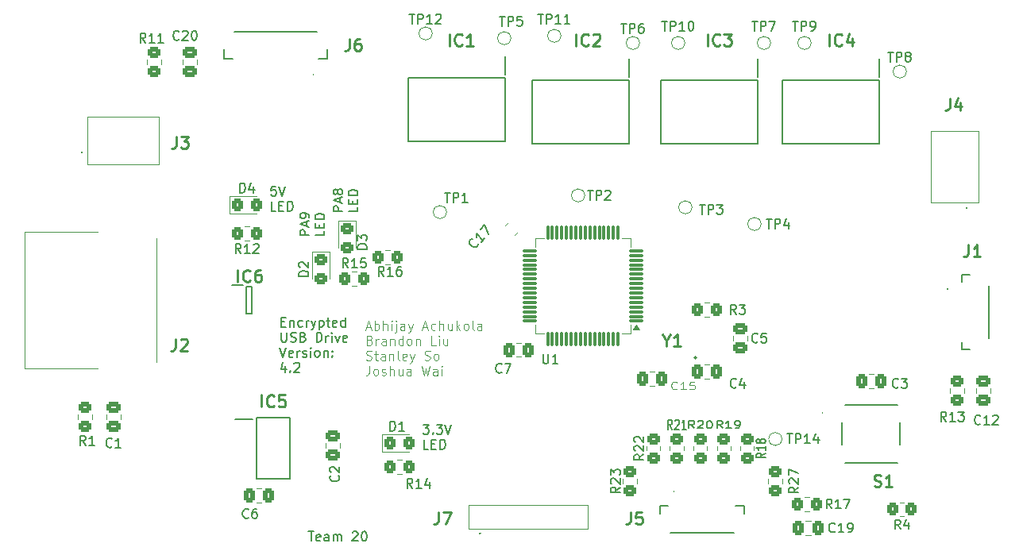
<source format=gto>
G04 #@! TF.GenerationSoftware,KiCad,Pcbnew,8.0.8*
G04 #@! TF.CreationDate,2025-03-18T19:08:41-04:00*
G04 #@! TF.ProjectId,477,3437372e-6b69-4636-9164-5f7063625858,rev?*
G04 #@! TF.SameCoordinates,Original*
G04 #@! TF.FileFunction,Legend,Top*
G04 #@! TF.FilePolarity,Positive*
%FSLAX46Y46*%
G04 Gerber Fmt 4.6, Leading zero omitted, Abs format (unit mm)*
G04 Created by KiCad (PCBNEW 8.0.8) date 2025-03-18 19:08:41*
%MOMM*%
%LPD*%
G01*
G04 APERTURE LIST*
G04 Aperture macros list*
%AMRoundRect*
0 Rectangle with rounded corners*
0 $1 Rounding radius*
0 $2 $3 $4 $5 $6 $7 $8 $9 X,Y pos of 4 corners*
0 Add a 4 corners polygon primitive as box body*
4,1,4,$2,$3,$4,$5,$6,$7,$8,$9,$2,$3,0*
0 Add four circle primitives for the rounded corners*
1,1,$1+$1,$2,$3*
1,1,$1+$1,$4,$5*
1,1,$1+$1,$6,$7*
1,1,$1+$1,$8,$9*
0 Add four rect primitives between the rounded corners*
20,1,$1+$1,$2,$3,$4,$5,0*
20,1,$1+$1,$4,$5,$6,$7,0*
20,1,$1+$1,$6,$7,$8,$9,0*
20,1,$1+$1,$8,$9,$2,$3,0*%
G04 Aperture macros list end*
%ADD10C,0.150000*%
%ADD11C,0.187500*%
%ADD12C,0.125000*%
%ADD13C,0.254000*%
%ADD14C,0.200000*%
%ADD15C,0.100000*%
%ADD16C,0.120000*%
%ADD17R,0.600000X1.550000*%
%ADD18R,1.200000X1.800000*%
%ADD19C,1.000000*%
%ADD20RoundRect,0.250000X-0.337500X-0.475000X0.337500X-0.475000X0.337500X0.475000X-0.337500X0.475000X0*%
%ADD21RoundRect,0.250000X-0.475000X0.337500X-0.475000X-0.337500X0.475000X-0.337500X0.475000X0.337500X0*%
%ADD22C,3.200000*%
%ADD23RoundRect,0.250000X-0.450000X0.325000X-0.450000X-0.325000X0.450000X-0.325000X0.450000X0.325000X0*%
%ADD24R,1.550000X0.600000*%
%ADD25R,1.800000X1.200000*%
%ADD26RoundRect,0.250000X-0.450000X0.350000X-0.450000X-0.350000X0.450000X-0.350000X0.450000X0.350000X0*%
%ADD27RoundRect,0.250000X0.350000X0.450000X-0.350000X0.450000X-0.350000X-0.450000X0.350000X-0.450000X0*%
%ADD28RoundRect,0.250000X0.450000X-0.350000X0.450000X0.350000X-0.450000X0.350000X-0.450000X-0.350000X0*%
%ADD29RoundRect,0.250000X-0.325000X-0.450000X0.325000X-0.450000X0.325000X0.450000X-0.325000X0.450000X0*%
%ADD30RoundRect,0.250000X0.337500X0.475000X-0.337500X0.475000X-0.337500X-0.475000X0.337500X-0.475000X0*%
%ADD31R,1.550000X1.300000*%
%ADD32RoundRect,0.250000X-0.350000X-0.450000X0.350000X-0.450000X0.350000X0.450000X-0.350000X0.450000X0*%
%ADD33RoundRect,0.075000X0.700000X0.075000X-0.700000X0.075000X-0.700000X-0.075000X0.700000X-0.075000X0*%
%ADD34RoundRect,0.075000X0.075000X0.700000X-0.075000X0.700000X-0.075000X-0.700000X0.075000X-0.700000X0*%
%ADD35C,1.550000*%
%ADD36R,1.400000X1.200000*%
%ADD37R,0.700000X1.930000*%
%ADD38RoundRect,0.250000X0.097227X-0.574524X0.574524X-0.097227X-0.097227X0.574524X-0.574524X0.097227X0*%
%ADD39R,1.200000X0.600000*%
%ADD40C,1.500000*%
%ADD41C,3.570000*%
%ADD42R,1.850000X0.900000*%
%ADD43R,1.850000X3.200000*%
%ADD44RoundRect,0.250000X0.475000X-0.337500X0.475000X0.337500X-0.475000X0.337500X-0.475000X-0.337500X0*%
%ADD45C,0.800000*%
%ADD46C,6.000000*%
G04 APERTURE END LIST*
D10*
X112813875Y-101263220D02*
X111813875Y-101263220D01*
X111813875Y-101263220D02*
X111813875Y-100882268D01*
X111813875Y-100882268D02*
X111861494Y-100787030D01*
X111861494Y-100787030D02*
X111909113Y-100739411D01*
X111909113Y-100739411D02*
X112004351Y-100691792D01*
X112004351Y-100691792D02*
X112147208Y-100691792D01*
X112147208Y-100691792D02*
X112242446Y-100739411D01*
X112242446Y-100739411D02*
X112290065Y-100787030D01*
X112290065Y-100787030D02*
X112337684Y-100882268D01*
X112337684Y-100882268D02*
X112337684Y-101263220D01*
X112528160Y-100310839D02*
X112528160Y-99834649D01*
X112813875Y-100406077D02*
X111813875Y-100072744D01*
X111813875Y-100072744D02*
X112813875Y-99739411D01*
X112813875Y-99358458D02*
X112813875Y-99167982D01*
X112813875Y-99167982D02*
X112766256Y-99072744D01*
X112766256Y-99072744D02*
X112718636Y-99025125D01*
X112718636Y-99025125D02*
X112575779Y-98929887D01*
X112575779Y-98929887D02*
X112385303Y-98882268D01*
X112385303Y-98882268D02*
X112004351Y-98882268D01*
X112004351Y-98882268D02*
X111909113Y-98929887D01*
X111909113Y-98929887D02*
X111861494Y-98977506D01*
X111861494Y-98977506D02*
X111813875Y-99072744D01*
X111813875Y-99072744D02*
X111813875Y-99263220D01*
X111813875Y-99263220D02*
X111861494Y-99358458D01*
X111861494Y-99358458D02*
X111909113Y-99406077D01*
X111909113Y-99406077D02*
X112004351Y-99453696D01*
X112004351Y-99453696D02*
X112242446Y-99453696D01*
X112242446Y-99453696D02*
X112337684Y-99406077D01*
X112337684Y-99406077D02*
X112385303Y-99358458D01*
X112385303Y-99358458D02*
X112432922Y-99263220D01*
X112432922Y-99263220D02*
X112432922Y-99072744D01*
X112432922Y-99072744D02*
X112385303Y-98977506D01*
X112385303Y-98977506D02*
X112337684Y-98929887D01*
X112337684Y-98929887D02*
X112242446Y-98882268D01*
X114423819Y-100787030D02*
X114423819Y-101263220D01*
X114423819Y-101263220D02*
X113423819Y-101263220D01*
X113900009Y-100453696D02*
X113900009Y-100120363D01*
X114423819Y-99977506D02*
X114423819Y-100453696D01*
X114423819Y-100453696D02*
X113423819Y-100453696D01*
X113423819Y-100453696D02*
X113423819Y-99977506D01*
X114423819Y-99548934D02*
X113423819Y-99548934D01*
X113423819Y-99548934D02*
X113423819Y-99310839D01*
X113423819Y-99310839D02*
X113471438Y-99167982D01*
X113471438Y-99167982D02*
X113566676Y-99072744D01*
X113566676Y-99072744D02*
X113661914Y-99025125D01*
X113661914Y-99025125D02*
X113852390Y-98977506D01*
X113852390Y-98977506D02*
X113995247Y-98977506D01*
X113995247Y-98977506D02*
X114185723Y-99025125D01*
X114185723Y-99025125D02*
X114280961Y-99072744D01*
X114280961Y-99072744D02*
X114376200Y-99167982D01*
X114376200Y-99167982D02*
X114423819Y-99310839D01*
X114423819Y-99310839D02*
X114423819Y-99548934D01*
D11*
X109835450Y-110506283D02*
X110168783Y-110506283D01*
X110311640Y-111030093D02*
X109835450Y-111030093D01*
X109835450Y-111030093D02*
X109835450Y-110030093D01*
X109835450Y-110030093D02*
X110311640Y-110030093D01*
X110740212Y-110363426D02*
X110740212Y-111030093D01*
X110740212Y-110458664D02*
X110787831Y-110411045D01*
X110787831Y-110411045D02*
X110883069Y-110363426D01*
X110883069Y-110363426D02*
X111025926Y-110363426D01*
X111025926Y-110363426D02*
X111121164Y-110411045D01*
X111121164Y-110411045D02*
X111168783Y-110506283D01*
X111168783Y-110506283D02*
X111168783Y-111030093D01*
X112073545Y-110982474D02*
X111978307Y-111030093D01*
X111978307Y-111030093D02*
X111787831Y-111030093D01*
X111787831Y-111030093D02*
X111692593Y-110982474D01*
X111692593Y-110982474D02*
X111644974Y-110934854D01*
X111644974Y-110934854D02*
X111597355Y-110839616D01*
X111597355Y-110839616D02*
X111597355Y-110553902D01*
X111597355Y-110553902D02*
X111644974Y-110458664D01*
X111644974Y-110458664D02*
X111692593Y-110411045D01*
X111692593Y-110411045D02*
X111787831Y-110363426D01*
X111787831Y-110363426D02*
X111978307Y-110363426D01*
X111978307Y-110363426D02*
X112073545Y-110411045D01*
X112502117Y-111030093D02*
X112502117Y-110363426D01*
X112502117Y-110553902D02*
X112549736Y-110458664D01*
X112549736Y-110458664D02*
X112597355Y-110411045D01*
X112597355Y-110411045D02*
X112692593Y-110363426D01*
X112692593Y-110363426D02*
X112787831Y-110363426D01*
X113025927Y-110363426D02*
X113264022Y-111030093D01*
X113502117Y-110363426D02*
X113264022Y-111030093D01*
X113264022Y-111030093D02*
X113168784Y-111268188D01*
X113168784Y-111268188D02*
X113121165Y-111315807D01*
X113121165Y-111315807D02*
X113025927Y-111363426D01*
X113883070Y-110363426D02*
X113883070Y-111363426D01*
X113883070Y-110411045D02*
X113978308Y-110363426D01*
X113978308Y-110363426D02*
X114168784Y-110363426D01*
X114168784Y-110363426D02*
X114264022Y-110411045D01*
X114264022Y-110411045D02*
X114311641Y-110458664D01*
X114311641Y-110458664D02*
X114359260Y-110553902D01*
X114359260Y-110553902D02*
X114359260Y-110839616D01*
X114359260Y-110839616D02*
X114311641Y-110934854D01*
X114311641Y-110934854D02*
X114264022Y-110982474D01*
X114264022Y-110982474D02*
X114168784Y-111030093D01*
X114168784Y-111030093D02*
X113978308Y-111030093D01*
X113978308Y-111030093D02*
X113883070Y-110982474D01*
X114644975Y-110363426D02*
X115025927Y-110363426D01*
X114787832Y-110030093D02*
X114787832Y-110887235D01*
X114787832Y-110887235D02*
X114835451Y-110982474D01*
X114835451Y-110982474D02*
X114930689Y-111030093D01*
X114930689Y-111030093D02*
X115025927Y-111030093D01*
X115740213Y-110982474D02*
X115644975Y-111030093D01*
X115644975Y-111030093D02*
X115454499Y-111030093D01*
X115454499Y-111030093D02*
X115359261Y-110982474D01*
X115359261Y-110982474D02*
X115311642Y-110887235D01*
X115311642Y-110887235D02*
X115311642Y-110506283D01*
X115311642Y-110506283D02*
X115359261Y-110411045D01*
X115359261Y-110411045D02*
X115454499Y-110363426D01*
X115454499Y-110363426D02*
X115644975Y-110363426D01*
X115644975Y-110363426D02*
X115740213Y-110411045D01*
X115740213Y-110411045D02*
X115787832Y-110506283D01*
X115787832Y-110506283D02*
X115787832Y-110601521D01*
X115787832Y-110601521D02*
X115311642Y-110696759D01*
X116644975Y-111030093D02*
X116644975Y-110030093D01*
X116644975Y-110982474D02*
X116549737Y-111030093D01*
X116549737Y-111030093D02*
X116359261Y-111030093D01*
X116359261Y-111030093D02*
X116264023Y-110982474D01*
X116264023Y-110982474D02*
X116216404Y-110934854D01*
X116216404Y-110934854D02*
X116168785Y-110839616D01*
X116168785Y-110839616D02*
X116168785Y-110553902D01*
X116168785Y-110553902D02*
X116216404Y-110458664D01*
X116216404Y-110458664D02*
X116264023Y-110411045D01*
X116264023Y-110411045D02*
X116359261Y-110363426D01*
X116359261Y-110363426D02*
X116549737Y-110363426D01*
X116549737Y-110363426D02*
X116644975Y-110411045D01*
X109835450Y-111640037D02*
X109835450Y-112449560D01*
X109835450Y-112449560D02*
X109883069Y-112544798D01*
X109883069Y-112544798D02*
X109930688Y-112592418D01*
X109930688Y-112592418D02*
X110025926Y-112640037D01*
X110025926Y-112640037D02*
X110216402Y-112640037D01*
X110216402Y-112640037D02*
X110311640Y-112592418D01*
X110311640Y-112592418D02*
X110359259Y-112544798D01*
X110359259Y-112544798D02*
X110406878Y-112449560D01*
X110406878Y-112449560D02*
X110406878Y-111640037D01*
X110835450Y-112592418D02*
X110978307Y-112640037D01*
X110978307Y-112640037D02*
X111216402Y-112640037D01*
X111216402Y-112640037D02*
X111311640Y-112592418D01*
X111311640Y-112592418D02*
X111359259Y-112544798D01*
X111359259Y-112544798D02*
X111406878Y-112449560D01*
X111406878Y-112449560D02*
X111406878Y-112354322D01*
X111406878Y-112354322D02*
X111359259Y-112259084D01*
X111359259Y-112259084D02*
X111311640Y-112211465D01*
X111311640Y-112211465D02*
X111216402Y-112163846D01*
X111216402Y-112163846D02*
X111025926Y-112116227D01*
X111025926Y-112116227D02*
X110930688Y-112068608D01*
X110930688Y-112068608D02*
X110883069Y-112020989D01*
X110883069Y-112020989D02*
X110835450Y-111925751D01*
X110835450Y-111925751D02*
X110835450Y-111830513D01*
X110835450Y-111830513D02*
X110883069Y-111735275D01*
X110883069Y-111735275D02*
X110930688Y-111687656D01*
X110930688Y-111687656D02*
X111025926Y-111640037D01*
X111025926Y-111640037D02*
X111264021Y-111640037D01*
X111264021Y-111640037D02*
X111406878Y-111687656D01*
X112168783Y-112116227D02*
X112311640Y-112163846D01*
X112311640Y-112163846D02*
X112359259Y-112211465D01*
X112359259Y-112211465D02*
X112406878Y-112306703D01*
X112406878Y-112306703D02*
X112406878Y-112449560D01*
X112406878Y-112449560D02*
X112359259Y-112544798D01*
X112359259Y-112544798D02*
X112311640Y-112592418D01*
X112311640Y-112592418D02*
X112216402Y-112640037D01*
X112216402Y-112640037D02*
X111835450Y-112640037D01*
X111835450Y-112640037D02*
X111835450Y-111640037D01*
X111835450Y-111640037D02*
X112168783Y-111640037D01*
X112168783Y-111640037D02*
X112264021Y-111687656D01*
X112264021Y-111687656D02*
X112311640Y-111735275D01*
X112311640Y-111735275D02*
X112359259Y-111830513D01*
X112359259Y-111830513D02*
X112359259Y-111925751D01*
X112359259Y-111925751D02*
X112311640Y-112020989D01*
X112311640Y-112020989D02*
X112264021Y-112068608D01*
X112264021Y-112068608D02*
X112168783Y-112116227D01*
X112168783Y-112116227D02*
X111835450Y-112116227D01*
X113597355Y-112640037D02*
X113597355Y-111640037D01*
X113597355Y-111640037D02*
X113835450Y-111640037D01*
X113835450Y-111640037D02*
X113978307Y-111687656D01*
X113978307Y-111687656D02*
X114073545Y-111782894D01*
X114073545Y-111782894D02*
X114121164Y-111878132D01*
X114121164Y-111878132D02*
X114168783Y-112068608D01*
X114168783Y-112068608D02*
X114168783Y-112211465D01*
X114168783Y-112211465D02*
X114121164Y-112401941D01*
X114121164Y-112401941D02*
X114073545Y-112497179D01*
X114073545Y-112497179D02*
X113978307Y-112592418D01*
X113978307Y-112592418D02*
X113835450Y-112640037D01*
X113835450Y-112640037D02*
X113597355Y-112640037D01*
X114597355Y-112640037D02*
X114597355Y-111973370D01*
X114597355Y-112163846D02*
X114644974Y-112068608D01*
X114644974Y-112068608D02*
X114692593Y-112020989D01*
X114692593Y-112020989D02*
X114787831Y-111973370D01*
X114787831Y-111973370D02*
X114883069Y-111973370D01*
X115216403Y-112640037D02*
X115216403Y-111973370D01*
X115216403Y-111640037D02*
X115168784Y-111687656D01*
X115168784Y-111687656D02*
X115216403Y-111735275D01*
X115216403Y-111735275D02*
X115264022Y-111687656D01*
X115264022Y-111687656D02*
X115216403Y-111640037D01*
X115216403Y-111640037D02*
X115216403Y-111735275D01*
X115597355Y-111973370D02*
X115835450Y-112640037D01*
X115835450Y-112640037D02*
X116073545Y-111973370D01*
X116835450Y-112592418D02*
X116740212Y-112640037D01*
X116740212Y-112640037D02*
X116549736Y-112640037D01*
X116549736Y-112640037D02*
X116454498Y-112592418D01*
X116454498Y-112592418D02*
X116406879Y-112497179D01*
X116406879Y-112497179D02*
X116406879Y-112116227D01*
X116406879Y-112116227D02*
X116454498Y-112020989D01*
X116454498Y-112020989D02*
X116549736Y-111973370D01*
X116549736Y-111973370D02*
X116740212Y-111973370D01*
X116740212Y-111973370D02*
X116835450Y-112020989D01*
X116835450Y-112020989D02*
X116883069Y-112116227D01*
X116883069Y-112116227D02*
X116883069Y-112211465D01*
X116883069Y-112211465D02*
X116406879Y-112306703D01*
X109692593Y-113249981D02*
X110025926Y-114249981D01*
X110025926Y-114249981D02*
X110359259Y-113249981D01*
X111073545Y-114202362D02*
X110978307Y-114249981D01*
X110978307Y-114249981D02*
X110787831Y-114249981D01*
X110787831Y-114249981D02*
X110692593Y-114202362D01*
X110692593Y-114202362D02*
X110644974Y-114107123D01*
X110644974Y-114107123D02*
X110644974Y-113726171D01*
X110644974Y-113726171D02*
X110692593Y-113630933D01*
X110692593Y-113630933D02*
X110787831Y-113583314D01*
X110787831Y-113583314D02*
X110978307Y-113583314D01*
X110978307Y-113583314D02*
X111073545Y-113630933D01*
X111073545Y-113630933D02*
X111121164Y-113726171D01*
X111121164Y-113726171D02*
X111121164Y-113821409D01*
X111121164Y-113821409D02*
X110644974Y-113916647D01*
X111549736Y-114249981D02*
X111549736Y-113583314D01*
X111549736Y-113773790D02*
X111597355Y-113678552D01*
X111597355Y-113678552D02*
X111644974Y-113630933D01*
X111644974Y-113630933D02*
X111740212Y-113583314D01*
X111740212Y-113583314D02*
X111835450Y-113583314D01*
X112121165Y-114202362D02*
X112216403Y-114249981D01*
X112216403Y-114249981D02*
X112406879Y-114249981D01*
X112406879Y-114249981D02*
X112502117Y-114202362D01*
X112502117Y-114202362D02*
X112549736Y-114107123D01*
X112549736Y-114107123D02*
X112549736Y-114059504D01*
X112549736Y-114059504D02*
X112502117Y-113964266D01*
X112502117Y-113964266D02*
X112406879Y-113916647D01*
X112406879Y-113916647D02*
X112264022Y-113916647D01*
X112264022Y-113916647D02*
X112168784Y-113869028D01*
X112168784Y-113869028D02*
X112121165Y-113773790D01*
X112121165Y-113773790D02*
X112121165Y-113726171D01*
X112121165Y-113726171D02*
X112168784Y-113630933D01*
X112168784Y-113630933D02*
X112264022Y-113583314D01*
X112264022Y-113583314D02*
X112406879Y-113583314D01*
X112406879Y-113583314D02*
X112502117Y-113630933D01*
X112978308Y-114249981D02*
X112978308Y-113583314D01*
X112978308Y-113249981D02*
X112930689Y-113297600D01*
X112930689Y-113297600D02*
X112978308Y-113345219D01*
X112978308Y-113345219D02*
X113025927Y-113297600D01*
X113025927Y-113297600D02*
X112978308Y-113249981D01*
X112978308Y-113249981D02*
X112978308Y-113345219D01*
X113597355Y-114249981D02*
X113502117Y-114202362D01*
X113502117Y-114202362D02*
X113454498Y-114154742D01*
X113454498Y-114154742D02*
X113406879Y-114059504D01*
X113406879Y-114059504D02*
X113406879Y-113773790D01*
X113406879Y-113773790D02*
X113454498Y-113678552D01*
X113454498Y-113678552D02*
X113502117Y-113630933D01*
X113502117Y-113630933D02*
X113597355Y-113583314D01*
X113597355Y-113583314D02*
X113740212Y-113583314D01*
X113740212Y-113583314D02*
X113835450Y-113630933D01*
X113835450Y-113630933D02*
X113883069Y-113678552D01*
X113883069Y-113678552D02*
X113930688Y-113773790D01*
X113930688Y-113773790D02*
X113930688Y-114059504D01*
X113930688Y-114059504D02*
X113883069Y-114154742D01*
X113883069Y-114154742D02*
X113835450Y-114202362D01*
X113835450Y-114202362D02*
X113740212Y-114249981D01*
X113740212Y-114249981D02*
X113597355Y-114249981D01*
X114359260Y-113583314D02*
X114359260Y-114249981D01*
X114359260Y-113678552D02*
X114406879Y-113630933D01*
X114406879Y-113630933D02*
X114502117Y-113583314D01*
X114502117Y-113583314D02*
X114644974Y-113583314D01*
X114644974Y-113583314D02*
X114740212Y-113630933D01*
X114740212Y-113630933D02*
X114787831Y-113726171D01*
X114787831Y-113726171D02*
X114787831Y-114249981D01*
X115264022Y-114154742D02*
X115311641Y-114202362D01*
X115311641Y-114202362D02*
X115264022Y-114249981D01*
X115264022Y-114249981D02*
X115216403Y-114202362D01*
X115216403Y-114202362D02*
X115264022Y-114154742D01*
X115264022Y-114154742D02*
X115264022Y-114249981D01*
X115264022Y-113630933D02*
X115311641Y-113678552D01*
X115311641Y-113678552D02*
X115264022Y-113726171D01*
X115264022Y-113726171D02*
X115216403Y-113678552D01*
X115216403Y-113678552D02*
X115264022Y-113630933D01*
X115264022Y-113630933D02*
X115264022Y-113726171D01*
X110264021Y-115193258D02*
X110264021Y-115859925D01*
X110025926Y-114812306D02*
X109787831Y-115526591D01*
X109787831Y-115526591D02*
X110406878Y-115526591D01*
X110787831Y-115764686D02*
X110835450Y-115812306D01*
X110835450Y-115812306D02*
X110787831Y-115859925D01*
X110787831Y-115859925D02*
X110740212Y-115812306D01*
X110740212Y-115812306D02*
X110787831Y-115764686D01*
X110787831Y-115764686D02*
X110787831Y-115859925D01*
X111216402Y-114955163D02*
X111264021Y-114907544D01*
X111264021Y-114907544D02*
X111359259Y-114859925D01*
X111359259Y-114859925D02*
X111597354Y-114859925D01*
X111597354Y-114859925D02*
X111692592Y-114907544D01*
X111692592Y-114907544D02*
X111740211Y-114955163D01*
X111740211Y-114955163D02*
X111787830Y-115050401D01*
X111787830Y-115050401D02*
X111787830Y-115145639D01*
X111787830Y-115145639D02*
X111740211Y-115288496D01*
X111740211Y-115288496D02*
X111168783Y-115859925D01*
X111168783Y-115859925D02*
X111787830Y-115859925D01*
D10*
X124955541Y-121465875D02*
X125574588Y-121465875D01*
X125574588Y-121465875D02*
X125241255Y-121846827D01*
X125241255Y-121846827D02*
X125384112Y-121846827D01*
X125384112Y-121846827D02*
X125479350Y-121894446D01*
X125479350Y-121894446D02*
X125526969Y-121942065D01*
X125526969Y-121942065D02*
X125574588Y-122037303D01*
X125574588Y-122037303D02*
X125574588Y-122275398D01*
X125574588Y-122275398D02*
X125526969Y-122370636D01*
X125526969Y-122370636D02*
X125479350Y-122418256D01*
X125479350Y-122418256D02*
X125384112Y-122465875D01*
X125384112Y-122465875D02*
X125098398Y-122465875D01*
X125098398Y-122465875D02*
X125003160Y-122418256D01*
X125003160Y-122418256D02*
X124955541Y-122370636D01*
X126003160Y-122370636D02*
X126050779Y-122418256D01*
X126050779Y-122418256D02*
X126003160Y-122465875D01*
X126003160Y-122465875D02*
X125955541Y-122418256D01*
X125955541Y-122418256D02*
X126003160Y-122370636D01*
X126003160Y-122370636D02*
X126003160Y-122465875D01*
X126384112Y-121465875D02*
X127003159Y-121465875D01*
X127003159Y-121465875D02*
X126669826Y-121846827D01*
X126669826Y-121846827D02*
X126812683Y-121846827D01*
X126812683Y-121846827D02*
X126907921Y-121894446D01*
X126907921Y-121894446D02*
X126955540Y-121942065D01*
X126955540Y-121942065D02*
X127003159Y-122037303D01*
X127003159Y-122037303D02*
X127003159Y-122275398D01*
X127003159Y-122275398D02*
X126955540Y-122370636D01*
X126955540Y-122370636D02*
X126907921Y-122418256D01*
X126907921Y-122418256D02*
X126812683Y-122465875D01*
X126812683Y-122465875D02*
X126526969Y-122465875D01*
X126526969Y-122465875D02*
X126431731Y-122418256D01*
X126431731Y-122418256D02*
X126384112Y-122370636D01*
X127288874Y-121465875D02*
X127622207Y-122465875D01*
X127622207Y-122465875D02*
X127955540Y-121465875D01*
X125526969Y-124075819D02*
X125050779Y-124075819D01*
X125050779Y-124075819D02*
X125050779Y-123075819D01*
X125860303Y-123552009D02*
X126193636Y-123552009D01*
X126336493Y-124075819D02*
X125860303Y-124075819D01*
X125860303Y-124075819D02*
X125860303Y-123075819D01*
X125860303Y-123075819D02*
X126336493Y-123075819D01*
X126765065Y-124075819D02*
X126765065Y-123075819D01*
X126765065Y-123075819D02*
X127003160Y-123075819D01*
X127003160Y-123075819D02*
X127146017Y-123123438D01*
X127146017Y-123123438D02*
X127241255Y-123218676D01*
X127241255Y-123218676D02*
X127288874Y-123313914D01*
X127288874Y-123313914D02*
X127336493Y-123504390D01*
X127336493Y-123504390D02*
X127336493Y-123647247D01*
X127336493Y-123647247D02*
X127288874Y-123837723D01*
X127288874Y-123837723D02*
X127241255Y-123932961D01*
X127241255Y-123932961D02*
X127146017Y-124028200D01*
X127146017Y-124028200D02*
X127003160Y-124075819D01*
X127003160Y-124075819D02*
X126765065Y-124075819D01*
D12*
X118890712Y-111087572D02*
X119366902Y-111087572D01*
X118795474Y-111373287D02*
X119128807Y-110373287D01*
X119128807Y-110373287D02*
X119462140Y-111373287D01*
X119795474Y-111373287D02*
X119795474Y-110373287D01*
X119795474Y-110754239D02*
X119890712Y-110706620D01*
X119890712Y-110706620D02*
X120081188Y-110706620D01*
X120081188Y-110706620D02*
X120176426Y-110754239D01*
X120176426Y-110754239D02*
X120224045Y-110801858D01*
X120224045Y-110801858D02*
X120271664Y-110897096D01*
X120271664Y-110897096D02*
X120271664Y-111182810D01*
X120271664Y-111182810D02*
X120224045Y-111278048D01*
X120224045Y-111278048D02*
X120176426Y-111325668D01*
X120176426Y-111325668D02*
X120081188Y-111373287D01*
X120081188Y-111373287D02*
X119890712Y-111373287D01*
X119890712Y-111373287D02*
X119795474Y-111325668D01*
X120700236Y-111373287D02*
X120700236Y-110373287D01*
X121128807Y-111373287D02*
X121128807Y-110849477D01*
X121128807Y-110849477D02*
X121081188Y-110754239D01*
X121081188Y-110754239D02*
X120985950Y-110706620D01*
X120985950Y-110706620D02*
X120843093Y-110706620D01*
X120843093Y-110706620D02*
X120747855Y-110754239D01*
X120747855Y-110754239D02*
X120700236Y-110801858D01*
X121604998Y-111373287D02*
X121604998Y-110706620D01*
X121604998Y-110373287D02*
X121557379Y-110420906D01*
X121557379Y-110420906D02*
X121604998Y-110468525D01*
X121604998Y-110468525D02*
X121652617Y-110420906D01*
X121652617Y-110420906D02*
X121604998Y-110373287D01*
X121604998Y-110373287D02*
X121604998Y-110468525D01*
X122081188Y-110706620D02*
X122081188Y-111563763D01*
X122081188Y-111563763D02*
X122033569Y-111659001D01*
X122033569Y-111659001D02*
X121938331Y-111706620D01*
X121938331Y-111706620D02*
X121890712Y-111706620D01*
X122081188Y-110373287D02*
X122033569Y-110420906D01*
X122033569Y-110420906D02*
X122081188Y-110468525D01*
X122081188Y-110468525D02*
X122128807Y-110420906D01*
X122128807Y-110420906D02*
X122081188Y-110373287D01*
X122081188Y-110373287D02*
X122081188Y-110468525D01*
X122985949Y-111373287D02*
X122985949Y-110849477D01*
X122985949Y-110849477D02*
X122938330Y-110754239D01*
X122938330Y-110754239D02*
X122843092Y-110706620D01*
X122843092Y-110706620D02*
X122652616Y-110706620D01*
X122652616Y-110706620D02*
X122557378Y-110754239D01*
X122985949Y-111325668D02*
X122890711Y-111373287D01*
X122890711Y-111373287D02*
X122652616Y-111373287D01*
X122652616Y-111373287D02*
X122557378Y-111325668D01*
X122557378Y-111325668D02*
X122509759Y-111230429D01*
X122509759Y-111230429D02*
X122509759Y-111135191D01*
X122509759Y-111135191D02*
X122557378Y-111039953D01*
X122557378Y-111039953D02*
X122652616Y-110992334D01*
X122652616Y-110992334D02*
X122890711Y-110992334D01*
X122890711Y-110992334D02*
X122985949Y-110944715D01*
X123366902Y-110706620D02*
X123604997Y-111373287D01*
X123843092Y-110706620D02*
X123604997Y-111373287D01*
X123604997Y-111373287D02*
X123509759Y-111611382D01*
X123509759Y-111611382D02*
X123462140Y-111659001D01*
X123462140Y-111659001D02*
X123366902Y-111706620D01*
X124938331Y-111087572D02*
X125414521Y-111087572D01*
X124843093Y-111373287D02*
X125176426Y-110373287D01*
X125176426Y-110373287D02*
X125509759Y-111373287D01*
X126271664Y-111325668D02*
X126176426Y-111373287D01*
X126176426Y-111373287D02*
X125985950Y-111373287D01*
X125985950Y-111373287D02*
X125890712Y-111325668D01*
X125890712Y-111325668D02*
X125843093Y-111278048D01*
X125843093Y-111278048D02*
X125795474Y-111182810D01*
X125795474Y-111182810D02*
X125795474Y-110897096D01*
X125795474Y-110897096D02*
X125843093Y-110801858D01*
X125843093Y-110801858D02*
X125890712Y-110754239D01*
X125890712Y-110754239D02*
X125985950Y-110706620D01*
X125985950Y-110706620D02*
X126176426Y-110706620D01*
X126176426Y-110706620D02*
X126271664Y-110754239D01*
X126700236Y-111373287D02*
X126700236Y-110373287D01*
X127128807Y-111373287D02*
X127128807Y-110849477D01*
X127128807Y-110849477D02*
X127081188Y-110754239D01*
X127081188Y-110754239D02*
X126985950Y-110706620D01*
X126985950Y-110706620D02*
X126843093Y-110706620D01*
X126843093Y-110706620D02*
X126747855Y-110754239D01*
X126747855Y-110754239D02*
X126700236Y-110801858D01*
X128033569Y-110706620D02*
X128033569Y-111373287D01*
X127604998Y-110706620D02*
X127604998Y-111230429D01*
X127604998Y-111230429D02*
X127652617Y-111325668D01*
X127652617Y-111325668D02*
X127747855Y-111373287D01*
X127747855Y-111373287D02*
X127890712Y-111373287D01*
X127890712Y-111373287D02*
X127985950Y-111325668D01*
X127985950Y-111325668D02*
X128033569Y-111278048D01*
X128509760Y-111373287D02*
X128509760Y-110373287D01*
X128604998Y-110992334D02*
X128890712Y-111373287D01*
X128890712Y-110706620D02*
X128509760Y-111087572D01*
X129462141Y-111373287D02*
X129366903Y-111325668D01*
X129366903Y-111325668D02*
X129319284Y-111278048D01*
X129319284Y-111278048D02*
X129271665Y-111182810D01*
X129271665Y-111182810D02*
X129271665Y-110897096D01*
X129271665Y-110897096D02*
X129319284Y-110801858D01*
X129319284Y-110801858D02*
X129366903Y-110754239D01*
X129366903Y-110754239D02*
X129462141Y-110706620D01*
X129462141Y-110706620D02*
X129604998Y-110706620D01*
X129604998Y-110706620D02*
X129700236Y-110754239D01*
X129700236Y-110754239D02*
X129747855Y-110801858D01*
X129747855Y-110801858D02*
X129795474Y-110897096D01*
X129795474Y-110897096D02*
X129795474Y-111182810D01*
X129795474Y-111182810D02*
X129747855Y-111278048D01*
X129747855Y-111278048D02*
X129700236Y-111325668D01*
X129700236Y-111325668D02*
X129604998Y-111373287D01*
X129604998Y-111373287D02*
X129462141Y-111373287D01*
X130366903Y-111373287D02*
X130271665Y-111325668D01*
X130271665Y-111325668D02*
X130224046Y-111230429D01*
X130224046Y-111230429D02*
X130224046Y-110373287D01*
X131176427Y-111373287D02*
X131176427Y-110849477D01*
X131176427Y-110849477D02*
X131128808Y-110754239D01*
X131128808Y-110754239D02*
X131033570Y-110706620D01*
X131033570Y-110706620D02*
X130843094Y-110706620D01*
X130843094Y-110706620D02*
X130747856Y-110754239D01*
X131176427Y-111325668D02*
X131081189Y-111373287D01*
X131081189Y-111373287D02*
X130843094Y-111373287D01*
X130843094Y-111373287D02*
X130747856Y-111325668D01*
X130747856Y-111325668D02*
X130700237Y-111230429D01*
X130700237Y-111230429D02*
X130700237Y-111135191D01*
X130700237Y-111135191D02*
X130747856Y-111039953D01*
X130747856Y-111039953D02*
X130843094Y-110992334D01*
X130843094Y-110992334D02*
X131081189Y-110992334D01*
X131081189Y-110992334D02*
X131176427Y-110944715D01*
X119271664Y-112459421D02*
X119414521Y-112507040D01*
X119414521Y-112507040D02*
X119462140Y-112554659D01*
X119462140Y-112554659D02*
X119509759Y-112649897D01*
X119509759Y-112649897D02*
X119509759Y-112792754D01*
X119509759Y-112792754D02*
X119462140Y-112887992D01*
X119462140Y-112887992D02*
X119414521Y-112935612D01*
X119414521Y-112935612D02*
X119319283Y-112983231D01*
X119319283Y-112983231D02*
X118938331Y-112983231D01*
X118938331Y-112983231D02*
X118938331Y-111983231D01*
X118938331Y-111983231D02*
X119271664Y-111983231D01*
X119271664Y-111983231D02*
X119366902Y-112030850D01*
X119366902Y-112030850D02*
X119414521Y-112078469D01*
X119414521Y-112078469D02*
X119462140Y-112173707D01*
X119462140Y-112173707D02*
X119462140Y-112268945D01*
X119462140Y-112268945D02*
X119414521Y-112364183D01*
X119414521Y-112364183D02*
X119366902Y-112411802D01*
X119366902Y-112411802D02*
X119271664Y-112459421D01*
X119271664Y-112459421D02*
X118938331Y-112459421D01*
X119938331Y-112983231D02*
X119938331Y-112316564D01*
X119938331Y-112507040D02*
X119985950Y-112411802D01*
X119985950Y-112411802D02*
X120033569Y-112364183D01*
X120033569Y-112364183D02*
X120128807Y-112316564D01*
X120128807Y-112316564D02*
X120224045Y-112316564D01*
X120985950Y-112983231D02*
X120985950Y-112459421D01*
X120985950Y-112459421D02*
X120938331Y-112364183D01*
X120938331Y-112364183D02*
X120843093Y-112316564D01*
X120843093Y-112316564D02*
X120652617Y-112316564D01*
X120652617Y-112316564D02*
X120557379Y-112364183D01*
X120985950Y-112935612D02*
X120890712Y-112983231D01*
X120890712Y-112983231D02*
X120652617Y-112983231D01*
X120652617Y-112983231D02*
X120557379Y-112935612D01*
X120557379Y-112935612D02*
X120509760Y-112840373D01*
X120509760Y-112840373D02*
X120509760Y-112745135D01*
X120509760Y-112745135D02*
X120557379Y-112649897D01*
X120557379Y-112649897D02*
X120652617Y-112602278D01*
X120652617Y-112602278D02*
X120890712Y-112602278D01*
X120890712Y-112602278D02*
X120985950Y-112554659D01*
X121462141Y-112316564D02*
X121462141Y-112983231D01*
X121462141Y-112411802D02*
X121509760Y-112364183D01*
X121509760Y-112364183D02*
X121604998Y-112316564D01*
X121604998Y-112316564D02*
X121747855Y-112316564D01*
X121747855Y-112316564D02*
X121843093Y-112364183D01*
X121843093Y-112364183D02*
X121890712Y-112459421D01*
X121890712Y-112459421D02*
X121890712Y-112983231D01*
X122795474Y-112983231D02*
X122795474Y-111983231D01*
X122795474Y-112935612D02*
X122700236Y-112983231D01*
X122700236Y-112983231D02*
X122509760Y-112983231D01*
X122509760Y-112983231D02*
X122414522Y-112935612D01*
X122414522Y-112935612D02*
X122366903Y-112887992D01*
X122366903Y-112887992D02*
X122319284Y-112792754D01*
X122319284Y-112792754D02*
X122319284Y-112507040D01*
X122319284Y-112507040D02*
X122366903Y-112411802D01*
X122366903Y-112411802D02*
X122414522Y-112364183D01*
X122414522Y-112364183D02*
X122509760Y-112316564D01*
X122509760Y-112316564D02*
X122700236Y-112316564D01*
X122700236Y-112316564D02*
X122795474Y-112364183D01*
X123414522Y-112983231D02*
X123319284Y-112935612D01*
X123319284Y-112935612D02*
X123271665Y-112887992D01*
X123271665Y-112887992D02*
X123224046Y-112792754D01*
X123224046Y-112792754D02*
X123224046Y-112507040D01*
X123224046Y-112507040D02*
X123271665Y-112411802D01*
X123271665Y-112411802D02*
X123319284Y-112364183D01*
X123319284Y-112364183D02*
X123414522Y-112316564D01*
X123414522Y-112316564D02*
X123557379Y-112316564D01*
X123557379Y-112316564D02*
X123652617Y-112364183D01*
X123652617Y-112364183D02*
X123700236Y-112411802D01*
X123700236Y-112411802D02*
X123747855Y-112507040D01*
X123747855Y-112507040D02*
X123747855Y-112792754D01*
X123747855Y-112792754D02*
X123700236Y-112887992D01*
X123700236Y-112887992D02*
X123652617Y-112935612D01*
X123652617Y-112935612D02*
X123557379Y-112983231D01*
X123557379Y-112983231D02*
X123414522Y-112983231D01*
X124176427Y-112316564D02*
X124176427Y-112983231D01*
X124176427Y-112411802D02*
X124224046Y-112364183D01*
X124224046Y-112364183D02*
X124319284Y-112316564D01*
X124319284Y-112316564D02*
X124462141Y-112316564D01*
X124462141Y-112316564D02*
X124557379Y-112364183D01*
X124557379Y-112364183D02*
X124604998Y-112459421D01*
X124604998Y-112459421D02*
X124604998Y-112983231D01*
X126319284Y-112983231D02*
X125843094Y-112983231D01*
X125843094Y-112983231D02*
X125843094Y-111983231D01*
X126652618Y-112983231D02*
X126652618Y-112316564D01*
X126652618Y-111983231D02*
X126604999Y-112030850D01*
X126604999Y-112030850D02*
X126652618Y-112078469D01*
X126652618Y-112078469D02*
X126700237Y-112030850D01*
X126700237Y-112030850D02*
X126652618Y-111983231D01*
X126652618Y-111983231D02*
X126652618Y-112078469D01*
X127557379Y-112316564D02*
X127557379Y-112983231D01*
X127128808Y-112316564D02*
X127128808Y-112840373D01*
X127128808Y-112840373D02*
X127176427Y-112935612D01*
X127176427Y-112935612D02*
X127271665Y-112983231D01*
X127271665Y-112983231D02*
X127414522Y-112983231D01*
X127414522Y-112983231D02*
X127509760Y-112935612D01*
X127509760Y-112935612D02*
X127557379Y-112887992D01*
X118890712Y-114545556D02*
X119033569Y-114593175D01*
X119033569Y-114593175D02*
X119271664Y-114593175D01*
X119271664Y-114593175D02*
X119366902Y-114545556D01*
X119366902Y-114545556D02*
X119414521Y-114497936D01*
X119414521Y-114497936D02*
X119462140Y-114402698D01*
X119462140Y-114402698D02*
X119462140Y-114307460D01*
X119462140Y-114307460D02*
X119414521Y-114212222D01*
X119414521Y-114212222D02*
X119366902Y-114164603D01*
X119366902Y-114164603D02*
X119271664Y-114116984D01*
X119271664Y-114116984D02*
X119081188Y-114069365D01*
X119081188Y-114069365D02*
X118985950Y-114021746D01*
X118985950Y-114021746D02*
X118938331Y-113974127D01*
X118938331Y-113974127D02*
X118890712Y-113878889D01*
X118890712Y-113878889D02*
X118890712Y-113783651D01*
X118890712Y-113783651D02*
X118938331Y-113688413D01*
X118938331Y-113688413D02*
X118985950Y-113640794D01*
X118985950Y-113640794D02*
X119081188Y-113593175D01*
X119081188Y-113593175D02*
X119319283Y-113593175D01*
X119319283Y-113593175D02*
X119462140Y-113640794D01*
X119747855Y-113926508D02*
X120128807Y-113926508D01*
X119890712Y-113593175D02*
X119890712Y-114450317D01*
X119890712Y-114450317D02*
X119938331Y-114545556D01*
X119938331Y-114545556D02*
X120033569Y-114593175D01*
X120033569Y-114593175D02*
X120128807Y-114593175D01*
X120890712Y-114593175D02*
X120890712Y-114069365D01*
X120890712Y-114069365D02*
X120843093Y-113974127D01*
X120843093Y-113974127D02*
X120747855Y-113926508D01*
X120747855Y-113926508D02*
X120557379Y-113926508D01*
X120557379Y-113926508D02*
X120462141Y-113974127D01*
X120890712Y-114545556D02*
X120795474Y-114593175D01*
X120795474Y-114593175D02*
X120557379Y-114593175D01*
X120557379Y-114593175D02*
X120462141Y-114545556D01*
X120462141Y-114545556D02*
X120414522Y-114450317D01*
X120414522Y-114450317D02*
X120414522Y-114355079D01*
X120414522Y-114355079D02*
X120462141Y-114259841D01*
X120462141Y-114259841D02*
X120557379Y-114212222D01*
X120557379Y-114212222D02*
X120795474Y-114212222D01*
X120795474Y-114212222D02*
X120890712Y-114164603D01*
X121366903Y-113926508D02*
X121366903Y-114593175D01*
X121366903Y-114021746D02*
X121414522Y-113974127D01*
X121414522Y-113974127D02*
X121509760Y-113926508D01*
X121509760Y-113926508D02*
X121652617Y-113926508D01*
X121652617Y-113926508D02*
X121747855Y-113974127D01*
X121747855Y-113974127D02*
X121795474Y-114069365D01*
X121795474Y-114069365D02*
X121795474Y-114593175D01*
X122414522Y-114593175D02*
X122319284Y-114545556D01*
X122319284Y-114545556D02*
X122271665Y-114450317D01*
X122271665Y-114450317D02*
X122271665Y-113593175D01*
X123176427Y-114545556D02*
X123081189Y-114593175D01*
X123081189Y-114593175D02*
X122890713Y-114593175D01*
X122890713Y-114593175D02*
X122795475Y-114545556D01*
X122795475Y-114545556D02*
X122747856Y-114450317D01*
X122747856Y-114450317D02*
X122747856Y-114069365D01*
X122747856Y-114069365D02*
X122795475Y-113974127D01*
X122795475Y-113974127D02*
X122890713Y-113926508D01*
X122890713Y-113926508D02*
X123081189Y-113926508D01*
X123081189Y-113926508D02*
X123176427Y-113974127D01*
X123176427Y-113974127D02*
X123224046Y-114069365D01*
X123224046Y-114069365D02*
X123224046Y-114164603D01*
X123224046Y-114164603D02*
X122747856Y-114259841D01*
X123557380Y-113926508D02*
X123795475Y-114593175D01*
X124033570Y-113926508D02*
X123795475Y-114593175D01*
X123795475Y-114593175D02*
X123700237Y-114831270D01*
X123700237Y-114831270D02*
X123652618Y-114878889D01*
X123652618Y-114878889D02*
X123557380Y-114926508D01*
X125128809Y-114545556D02*
X125271666Y-114593175D01*
X125271666Y-114593175D02*
X125509761Y-114593175D01*
X125509761Y-114593175D02*
X125604999Y-114545556D01*
X125604999Y-114545556D02*
X125652618Y-114497936D01*
X125652618Y-114497936D02*
X125700237Y-114402698D01*
X125700237Y-114402698D02*
X125700237Y-114307460D01*
X125700237Y-114307460D02*
X125652618Y-114212222D01*
X125652618Y-114212222D02*
X125604999Y-114164603D01*
X125604999Y-114164603D02*
X125509761Y-114116984D01*
X125509761Y-114116984D02*
X125319285Y-114069365D01*
X125319285Y-114069365D02*
X125224047Y-114021746D01*
X125224047Y-114021746D02*
X125176428Y-113974127D01*
X125176428Y-113974127D02*
X125128809Y-113878889D01*
X125128809Y-113878889D02*
X125128809Y-113783651D01*
X125128809Y-113783651D02*
X125176428Y-113688413D01*
X125176428Y-113688413D02*
X125224047Y-113640794D01*
X125224047Y-113640794D02*
X125319285Y-113593175D01*
X125319285Y-113593175D02*
X125557380Y-113593175D01*
X125557380Y-113593175D02*
X125700237Y-113640794D01*
X126271666Y-114593175D02*
X126176428Y-114545556D01*
X126176428Y-114545556D02*
X126128809Y-114497936D01*
X126128809Y-114497936D02*
X126081190Y-114402698D01*
X126081190Y-114402698D02*
X126081190Y-114116984D01*
X126081190Y-114116984D02*
X126128809Y-114021746D01*
X126128809Y-114021746D02*
X126176428Y-113974127D01*
X126176428Y-113974127D02*
X126271666Y-113926508D01*
X126271666Y-113926508D02*
X126414523Y-113926508D01*
X126414523Y-113926508D02*
X126509761Y-113974127D01*
X126509761Y-113974127D02*
X126557380Y-114021746D01*
X126557380Y-114021746D02*
X126604999Y-114116984D01*
X126604999Y-114116984D02*
X126604999Y-114402698D01*
X126604999Y-114402698D02*
X126557380Y-114497936D01*
X126557380Y-114497936D02*
X126509761Y-114545556D01*
X126509761Y-114545556D02*
X126414523Y-114593175D01*
X126414523Y-114593175D02*
X126271666Y-114593175D01*
X119224045Y-115203119D02*
X119224045Y-115917404D01*
X119224045Y-115917404D02*
X119176426Y-116060261D01*
X119176426Y-116060261D02*
X119081188Y-116155500D01*
X119081188Y-116155500D02*
X118938331Y-116203119D01*
X118938331Y-116203119D02*
X118843093Y-116203119D01*
X119843093Y-116203119D02*
X119747855Y-116155500D01*
X119747855Y-116155500D02*
X119700236Y-116107880D01*
X119700236Y-116107880D02*
X119652617Y-116012642D01*
X119652617Y-116012642D02*
X119652617Y-115726928D01*
X119652617Y-115726928D02*
X119700236Y-115631690D01*
X119700236Y-115631690D02*
X119747855Y-115584071D01*
X119747855Y-115584071D02*
X119843093Y-115536452D01*
X119843093Y-115536452D02*
X119985950Y-115536452D01*
X119985950Y-115536452D02*
X120081188Y-115584071D01*
X120081188Y-115584071D02*
X120128807Y-115631690D01*
X120128807Y-115631690D02*
X120176426Y-115726928D01*
X120176426Y-115726928D02*
X120176426Y-116012642D01*
X120176426Y-116012642D02*
X120128807Y-116107880D01*
X120128807Y-116107880D02*
X120081188Y-116155500D01*
X120081188Y-116155500D02*
X119985950Y-116203119D01*
X119985950Y-116203119D02*
X119843093Y-116203119D01*
X120557379Y-116155500D02*
X120652617Y-116203119D01*
X120652617Y-116203119D02*
X120843093Y-116203119D01*
X120843093Y-116203119D02*
X120938331Y-116155500D01*
X120938331Y-116155500D02*
X120985950Y-116060261D01*
X120985950Y-116060261D02*
X120985950Y-116012642D01*
X120985950Y-116012642D02*
X120938331Y-115917404D01*
X120938331Y-115917404D02*
X120843093Y-115869785D01*
X120843093Y-115869785D02*
X120700236Y-115869785D01*
X120700236Y-115869785D02*
X120604998Y-115822166D01*
X120604998Y-115822166D02*
X120557379Y-115726928D01*
X120557379Y-115726928D02*
X120557379Y-115679309D01*
X120557379Y-115679309D02*
X120604998Y-115584071D01*
X120604998Y-115584071D02*
X120700236Y-115536452D01*
X120700236Y-115536452D02*
X120843093Y-115536452D01*
X120843093Y-115536452D02*
X120938331Y-115584071D01*
X121414522Y-116203119D02*
X121414522Y-115203119D01*
X121843093Y-116203119D02*
X121843093Y-115679309D01*
X121843093Y-115679309D02*
X121795474Y-115584071D01*
X121795474Y-115584071D02*
X121700236Y-115536452D01*
X121700236Y-115536452D02*
X121557379Y-115536452D01*
X121557379Y-115536452D02*
X121462141Y-115584071D01*
X121462141Y-115584071D02*
X121414522Y-115631690D01*
X122747855Y-115536452D02*
X122747855Y-116203119D01*
X122319284Y-115536452D02*
X122319284Y-116060261D01*
X122319284Y-116060261D02*
X122366903Y-116155500D01*
X122366903Y-116155500D02*
X122462141Y-116203119D01*
X122462141Y-116203119D02*
X122604998Y-116203119D01*
X122604998Y-116203119D02*
X122700236Y-116155500D01*
X122700236Y-116155500D02*
X122747855Y-116107880D01*
X123652617Y-116203119D02*
X123652617Y-115679309D01*
X123652617Y-115679309D02*
X123604998Y-115584071D01*
X123604998Y-115584071D02*
X123509760Y-115536452D01*
X123509760Y-115536452D02*
X123319284Y-115536452D01*
X123319284Y-115536452D02*
X123224046Y-115584071D01*
X123652617Y-116155500D02*
X123557379Y-116203119D01*
X123557379Y-116203119D02*
X123319284Y-116203119D01*
X123319284Y-116203119D02*
X123224046Y-116155500D01*
X123224046Y-116155500D02*
X123176427Y-116060261D01*
X123176427Y-116060261D02*
X123176427Y-115965023D01*
X123176427Y-115965023D02*
X123224046Y-115869785D01*
X123224046Y-115869785D02*
X123319284Y-115822166D01*
X123319284Y-115822166D02*
X123557379Y-115822166D01*
X123557379Y-115822166D02*
X123652617Y-115774547D01*
X124795475Y-115203119D02*
X125033570Y-116203119D01*
X125033570Y-116203119D02*
X125224046Y-115488833D01*
X125224046Y-115488833D02*
X125414522Y-116203119D01*
X125414522Y-116203119D02*
X125652618Y-115203119D01*
X126462141Y-116203119D02*
X126462141Y-115679309D01*
X126462141Y-115679309D02*
X126414522Y-115584071D01*
X126414522Y-115584071D02*
X126319284Y-115536452D01*
X126319284Y-115536452D02*
X126128808Y-115536452D01*
X126128808Y-115536452D02*
X126033570Y-115584071D01*
X126462141Y-116155500D02*
X126366903Y-116203119D01*
X126366903Y-116203119D02*
X126128808Y-116203119D01*
X126128808Y-116203119D02*
X126033570Y-116155500D01*
X126033570Y-116155500D02*
X125985951Y-116060261D01*
X125985951Y-116060261D02*
X125985951Y-115965023D01*
X125985951Y-115965023D02*
X126033570Y-115869785D01*
X126033570Y-115869785D02*
X126128808Y-115822166D01*
X126128808Y-115822166D02*
X126366903Y-115822166D01*
X126366903Y-115822166D02*
X126462141Y-115774547D01*
X126938332Y-116203119D02*
X126938332Y-115536452D01*
X126938332Y-115203119D02*
X126890713Y-115250738D01*
X126890713Y-115250738D02*
X126938332Y-115298357D01*
X126938332Y-115298357D02*
X126985951Y-115250738D01*
X126985951Y-115250738D02*
X126938332Y-115203119D01*
X126938332Y-115203119D02*
X126938332Y-115298357D01*
D11*
X112718593Y-132867869D02*
X113290021Y-132867869D01*
X113004307Y-133867869D02*
X113004307Y-132867869D01*
X114004307Y-133820250D02*
X113909069Y-133867869D01*
X113909069Y-133867869D02*
X113718593Y-133867869D01*
X113718593Y-133867869D02*
X113623355Y-133820250D01*
X113623355Y-133820250D02*
X113575736Y-133725011D01*
X113575736Y-133725011D02*
X113575736Y-133344059D01*
X113575736Y-133344059D02*
X113623355Y-133248821D01*
X113623355Y-133248821D02*
X113718593Y-133201202D01*
X113718593Y-133201202D02*
X113909069Y-133201202D01*
X113909069Y-133201202D02*
X114004307Y-133248821D01*
X114004307Y-133248821D02*
X114051926Y-133344059D01*
X114051926Y-133344059D02*
X114051926Y-133439297D01*
X114051926Y-133439297D02*
X113575736Y-133534535D01*
X114909069Y-133867869D02*
X114909069Y-133344059D01*
X114909069Y-133344059D02*
X114861450Y-133248821D01*
X114861450Y-133248821D02*
X114766212Y-133201202D01*
X114766212Y-133201202D02*
X114575736Y-133201202D01*
X114575736Y-133201202D02*
X114480498Y-133248821D01*
X114909069Y-133820250D02*
X114813831Y-133867869D01*
X114813831Y-133867869D02*
X114575736Y-133867869D01*
X114575736Y-133867869D02*
X114480498Y-133820250D01*
X114480498Y-133820250D02*
X114432879Y-133725011D01*
X114432879Y-133725011D02*
X114432879Y-133629773D01*
X114432879Y-133629773D02*
X114480498Y-133534535D01*
X114480498Y-133534535D02*
X114575736Y-133486916D01*
X114575736Y-133486916D02*
X114813831Y-133486916D01*
X114813831Y-133486916D02*
X114909069Y-133439297D01*
X115385260Y-133867869D02*
X115385260Y-133201202D01*
X115385260Y-133296440D02*
X115432879Y-133248821D01*
X115432879Y-133248821D02*
X115528117Y-133201202D01*
X115528117Y-133201202D02*
X115670974Y-133201202D01*
X115670974Y-133201202D02*
X115766212Y-133248821D01*
X115766212Y-133248821D02*
X115813831Y-133344059D01*
X115813831Y-133344059D02*
X115813831Y-133867869D01*
X115813831Y-133344059D02*
X115861450Y-133248821D01*
X115861450Y-133248821D02*
X115956688Y-133201202D01*
X115956688Y-133201202D02*
X116099545Y-133201202D01*
X116099545Y-133201202D02*
X116194784Y-133248821D01*
X116194784Y-133248821D02*
X116242403Y-133344059D01*
X116242403Y-133344059D02*
X116242403Y-133867869D01*
X117432879Y-132963107D02*
X117480498Y-132915488D01*
X117480498Y-132915488D02*
X117575736Y-132867869D01*
X117575736Y-132867869D02*
X117813831Y-132867869D01*
X117813831Y-132867869D02*
X117909069Y-132915488D01*
X117909069Y-132915488D02*
X117956688Y-132963107D01*
X117956688Y-132963107D02*
X118004307Y-133058345D01*
X118004307Y-133058345D02*
X118004307Y-133153583D01*
X118004307Y-133153583D02*
X117956688Y-133296440D01*
X117956688Y-133296440D02*
X117385260Y-133867869D01*
X117385260Y-133867869D02*
X118004307Y-133867869D01*
X118623355Y-132867869D02*
X118718593Y-132867869D01*
X118718593Y-132867869D02*
X118813831Y-132915488D01*
X118813831Y-132915488D02*
X118861450Y-132963107D01*
X118861450Y-132963107D02*
X118909069Y-133058345D01*
X118909069Y-133058345D02*
X118956688Y-133248821D01*
X118956688Y-133248821D02*
X118956688Y-133486916D01*
X118956688Y-133486916D02*
X118909069Y-133677392D01*
X118909069Y-133677392D02*
X118861450Y-133772630D01*
X118861450Y-133772630D02*
X118813831Y-133820250D01*
X118813831Y-133820250D02*
X118718593Y-133867869D01*
X118718593Y-133867869D02*
X118623355Y-133867869D01*
X118623355Y-133867869D02*
X118528117Y-133820250D01*
X118528117Y-133820250D02*
X118480498Y-133772630D01*
X118480498Y-133772630D02*
X118432879Y-133677392D01*
X118432879Y-133677392D02*
X118385260Y-133486916D01*
X118385260Y-133486916D02*
X118385260Y-133248821D01*
X118385260Y-133248821D02*
X118432879Y-133058345D01*
X118432879Y-133058345D02*
X118480498Y-132963107D01*
X118480498Y-132963107D02*
X118528117Y-132915488D01*
X118528117Y-132915488D02*
X118623355Y-132867869D01*
D10*
X109270969Y-96065875D02*
X108794779Y-96065875D01*
X108794779Y-96065875D02*
X108747160Y-96542065D01*
X108747160Y-96542065D02*
X108794779Y-96494446D01*
X108794779Y-96494446D02*
X108890017Y-96446827D01*
X108890017Y-96446827D02*
X109128112Y-96446827D01*
X109128112Y-96446827D02*
X109223350Y-96494446D01*
X109223350Y-96494446D02*
X109270969Y-96542065D01*
X109270969Y-96542065D02*
X109318588Y-96637303D01*
X109318588Y-96637303D02*
X109318588Y-96875398D01*
X109318588Y-96875398D02*
X109270969Y-96970636D01*
X109270969Y-96970636D02*
X109223350Y-97018256D01*
X109223350Y-97018256D02*
X109128112Y-97065875D01*
X109128112Y-97065875D02*
X108890017Y-97065875D01*
X108890017Y-97065875D02*
X108794779Y-97018256D01*
X108794779Y-97018256D02*
X108747160Y-96970636D01*
X109604303Y-96065875D02*
X109937636Y-97065875D01*
X109937636Y-97065875D02*
X110270969Y-96065875D01*
X109270969Y-98675819D02*
X108794779Y-98675819D01*
X108794779Y-98675819D02*
X108794779Y-97675819D01*
X109604303Y-98152009D02*
X109937636Y-98152009D01*
X110080493Y-98675819D02*
X109604303Y-98675819D01*
X109604303Y-98675819D02*
X109604303Y-97675819D01*
X109604303Y-97675819D02*
X110080493Y-97675819D01*
X110509065Y-98675819D02*
X110509065Y-97675819D01*
X110509065Y-97675819D02*
X110747160Y-97675819D01*
X110747160Y-97675819D02*
X110890017Y-97723438D01*
X110890017Y-97723438D02*
X110985255Y-97818676D01*
X110985255Y-97818676D02*
X111032874Y-97913914D01*
X111032874Y-97913914D02*
X111080493Y-98104390D01*
X111080493Y-98104390D02*
X111080493Y-98247247D01*
X111080493Y-98247247D02*
X111032874Y-98437723D01*
X111032874Y-98437723D02*
X110985255Y-98532961D01*
X110985255Y-98532961D02*
X110890017Y-98628200D01*
X110890017Y-98628200D02*
X110747160Y-98675819D01*
X110747160Y-98675819D02*
X110509065Y-98675819D01*
X116369875Y-98723220D02*
X115369875Y-98723220D01*
X115369875Y-98723220D02*
X115369875Y-98342268D01*
X115369875Y-98342268D02*
X115417494Y-98247030D01*
X115417494Y-98247030D02*
X115465113Y-98199411D01*
X115465113Y-98199411D02*
X115560351Y-98151792D01*
X115560351Y-98151792D02*
X115703208Y-98151792D01*
X115703208Y-98151792D02*
X115798446Y-98199411D01*
X115798446Y-98199411D02*
X115846065Y-98247030D01*
X115846065Y-98247030D02*
X115893684Y-98342268D01*
X115893684Y-98342268D02*
X115893684Y-98723220D01*
X116084160Y-97770839D02*
X116084160Y-97294649D01*
X116369875Y-97866077D02*
X115369875Y-97532744D01*
X115369875Y-97532744D02*
X116369875Y-97199411D01*
X115798446Y-96723220D02*
X115750827Y-96818458D01*
X115750827Y-96818458D02*
X115703208Y-96866077D01*
X115703208Y-96866077D02*
X115607970Y-96913696D01*
X115607970Y-96913696D02*
X115560351Y-96913696D01*
X115560351Y-96913696D02*
X115465113Y-96866077D01*
X115465113Y-96866077D02*
X115417494Y-96818458D01*
X115417494Y-96818458D02*
X115369875Y-96723220D01*
X115369875Y-96723220D02*
X115369875Y-96532744D01*
X115369875Y-96532744D02*
X115417494Y-96437506D01*
X115417494Y-96437506D02*
X115465113Y-96389887D01*
X115465113Y-96389887D02*
X115560351Y-96342268D01*
X115560351Y-96342268D02*
X115607970Y-96342268D01*
X115607970Y-96342268D02*
X115703208Y-96389887D01*
X115703208Y-96389887D02*
X115750827Y-96437506D01*
X115750827Y-96437506D02*
X115798446Y-96532744D01*
X115798446Y-96532744D02*
X115798446Y-96723220D01*
X115798446Y-96723220D02*
X115846065Y-96818458D01*
X115846065Y-96818458D02*
X115893684Y-96866077D01*
X115893684Y-96866077D02*
X115988922Y-96913696D01*
X115988922Y-96913696D02*
X116179398Y-96913696D01*
X116179398Y-96913696D02*
X116274636Y-96866077D01*
X116274636Y-96866077D02*
X116322256Y-96818458D01*
X116322256Y-96818458D02*
X116369875Y-96723220D01*
X116369875Y-96723220D02*
X116369875Y-96532744D01*
X116369875Y-96532744D02*
X116322256Y-96437506D01*
X116322256Y-96437506D02*
X116274636Y-96389887D01*
X116274636Y-96389887D02*
X116179398Y-96342268D01*
X116179398Y-96342268D02*
X115988922Y-96342268D01*
X115988922Y-96342268D02*
X115893684Y-96389887D01*
X115893684Y-96389887D02*
X115846065Y-96437506D01*
X115846065Y-96437506D02*
X115798446Y-96532744D01*
X117979819Y-98247030D02*
X117979819Y-98723220D01*
X117979819Y-98723220D02*
X116979819Y-98723220D01*
X117456009Y-97913696D02*
X117456009Y-97580363D01*
X117979819Y-97437506D02*
X117979819Y-97913696D01*
X117979819Y-97913696D02*
X116979819Y-97913696D01*
X116979819Y-97913696D02*
X116979819Y-97437506D01*
X117979819Y-97008934D02*
X116979819Y-97008934D01*
X116979819Y-97008934D02*
X116979819Y-96770839D01*
X116979819Y-96770839D02*
X117027438Y-96627982D01*
X117027438Y-96627982D02*
X117122676Y-96532744D01*
X117122676Y-96532744D02*
X117217914Y-96485125D01*
X117217914Y-96485125D02*
X117408390Y-96437506D01*
X117408390Y-96437506D02*
X117551247Y-96437506D01*
X117551247Y-96437506D02*
X117741723Y-96485125D01*
X117741723Y-96485125D02*
X117836961Y-96532744D01*
X117836961Y-96532744D02*
X117932200Y-96627982D01*
X117932200Y-96627982D02*
X117979819Y-96770839D01*
X117979819Y-96770839D02*
X117979819Y-97008934D01*
D13*
X147076667Y-130804318D02*
X147076667Y-131711461D01*
X147076667Y-131711461D02*
X147016190Y-131892889D01*
X147016190Y-131892889D02*
X146895238Y-132013842D01*
X146895238Y-132013842D02*
X146713809Y-132074318D01*
X146713809Y-132074318D02*
X146592857Y-132074318D01*
X148286190Y-130804318D02*
X147681428Y-130804318D01*
X147681428Y-130804318D02*
X147620952Y-131409080D01*
X147620952Y-131409080D02*
X147681428Y-131348603D01*
X147681428Y-131348603D02*
X147802381Y-131288127D01*
X147802381Y-131288127D02*
X148104762Y-131288127D01*
X148104762Y-131288127D02*
X148225714Y-131348603D01*
X148225714Y-131348603D02*
X148286190Y-131409080D01*
X148286190Y-131409080D02*
X148346667Y-131530032D01*
X148346667Y-131530032D02*
X148346667Y-131832413D01*
X148346667Y-131832413D02*
X148286190Y-131953365D01*
X148286190Y-131953365D02*
X148225714Y-132013842D01*
X148225714Y-132013842D02*
X148104762Y-132074318D01*
X148104762Y-132074318D02*
X147802381Y-132074318D01*
X147802381Y-132074318D02*
X147681428Y-132013842D01*
X147681428Y-132013842D02*
X147620952Y-131953365D01*
D10*
X164346095Y-78448819D02*
X164917523Y-78448819D01*
X164631809Y-79448819D02*
X164631809Y-78448819D01*
X165250857Y-79448819D02*
X165250857Y-78448819D01*
X165250857Y-78448819D02*
X165631809Y-78448819D01*
X165631809Y-78448819D02*
X165727047Y-78496438D01*
X165727047Y-78496438D02*
X165774666Y-78544057D01*
X165774666Y-78544057D02*
X165822285Y-78639295D01*
X165822285Y-78639295D02*
X165822285Y-78782152D01*
X165822285Y-78782152D02*
X165774666Y-78877390D01*
X165774666Y-78877390D02*
X165727047Y-78925009D01*
X165727047Y-78925009D02*
X165631809Y-78972628D01*
X165631809Y-78972628D02*
X165250857Y-78972628D01*
X166298476Y-79448819D02*
X166488952Y-79448819D01*
X166488952Y-79448819D02*
X166584190Y-79401200D01*
X166584190Y-79401200D02*
X166631809Y-79353580D01*
X166631809Y-79353580D02*
X166727047Y-79210723D01*
X166727047Y-79210723D02*
X166774666Y-79020247D01*
X166774666Y-79020247D02*
X166774666Y-78639295D01*
X166774666Y-78639295D02*
X166727047Y-78544057D01*
X166727047Y-78544057D02*
X166679428Y-78496438D01*
X166679428Y-78496438D02*
X166584190Y-78448819D01*
X166584190Y-78448819D02*
X166393714Y-78448819D01*
X166393714Y-78448819D02*
X166298476Y-78496438D01*
X166298476Y-78496438D02*
X166250857Y-78544057D01*
X166250857Y-78544057D02*
X166203238Y-78639295D01*
X166203238Y-78639295D02*
X166203238Y-78877390D01*
X166203238Y-78877390D02*
X166250857Y-78972628D01*
X166250857Y-78972628D02*
X166298476Y-79020247D01*
X166298476Y-79020247D02*
X166393714Y-79067866D01*
X166393714Y-79067866D02*
X166584190Y-79067866D01*
X166584190Y-79067866D02*
X166679428Y-79020247D01*
X166679428Y-79020247D02*
X166727047Y-78972628D01*
X166727047Y-78972628D02*
X166774666Y-78877390D01*
X158329333Y-117453580D02*
X158281714Y-117501200D01*
X158281714Y-117501200D02*
X158138857Y-117548819D01*
X158138857Y-117548819D02*
X158043619Y-117548819D01*
X158043619Y-117548819D02*
X157900762Y-117501200D01*
X157900762Y-117501200D02*
X157805524Y-117405961D01*
X157805524Y-117405961D02*
X157757905Y-117310723D01*
X157757905Y-117310723D02*
X157710286Y-117120247D01*
X157710286Y-117120247D02*
X157710286Y-116977390D01*
X157710286Y-116977390D02*
X157757905Y-116786914D01*
X157757905Y-116786914D02*
X157805524Y-116691676D01*
X157805524Y-116691676D02*
X157900762Y-116596438D01*
X157900762Y-116596438D02*
X158043619Y-116548819D01*
X158043619Y-116548819D02*
X158138857Y-116548819D01*
X158138857Y-116548819D02*
X158281714Y-116596438D01*
X158281714Y-116596438D02*
X158329333Y-116644057D01*
X159186476Y-116882152D02*
X159186476Y-117548819D01*
X158948381Y-116501200D02*
X158710286Y-117215485D01*
X158710286Y-117215485D02*
X159329333Y-117215485D01*
X91781333Y-123803580D02*
X91733714Y-123851200D01*
X91733714Y-123851200D02*
X91590857Y-123898819D01*
X91590857Y-123898819D02*
X91495619Y-123898819D01*
X91495619Y-123898819D02*
X91352762Y-123851200D01*
X91352762Y-123851200D02*
X91257524Y-123755961D01*
X91257524Y-123755961D02*
X91209905Y-123660723D01*
X91209905Y-123660723D02*
X91162286Y-123470247D01*
X91162286Y-123470247D02*
X91162286Y-123327390D01*
X91162286Y-123327390D02*
X91209905Y-123136914D01*
X91209905Y-123136914D02*
X91257524Y-123041676D01*
X91257524Y-123041676D02*
X91352762Y-122946438D01*
X91352762Y-122946438D02*
X91495619Y-122898819D01*
X91495619Y-122898819D02*
X91590857Y-122898819D01*
X91590857Y-122898819D02*
X91733714Y-122946438D01*
X91733714Y-122946438D02*
X91781333Y-122994057D01*
X92733714Y-123898819D02*
X92162286Y-123898819D01*
X92448000Y-123898819D02*
X92448000Y-122898819D01*
X92448000Y-122898819D02*
X92352762Y-123041676D01*
X92352762Y-123041676D02*
X92257524Y-123136914D01*
X92257524Y-123136914D02*
X92162286Y-123184533D01*
X133104095Y-77940819D02*
X133675523Y-77940819D01*
X133389809Y-78940819D02*
X133389809Y-77940819D01*
X134008857Y-78940819D02*
X134008857Y-77940819D01*
X134008857Y-77940819D02*
X134389809Y-77940819D01*
X134389809Y-77940819D02*
X134485047Y-77988438D01*
X134485047Y-77988438D02*
X134532666Y-78036057D01*
X134532666Y-78036057D02*
X134580285Y-78131295D01*
X134580285Y-78131295D02*
X134580285Y-78274152D01*
X134580285Y-78274152D02*
X134532666Y-78369390D01*
X134532666Y-78369390D02*
X134485047Y-78417009D01*
X134485047Y-78417009D02*
X134389809Y-78464628D01*
X134389809Y-78464628D02*
X134008857Y-78464628D01*
X135485047Y-77940819D02*
X135008857Y-77940819D01*
X135008857Y-77940819D02*
X134961238Y-78417009D01*
X134961238Y-78417009D02*
X135008857Y-78369390D01*
X135008857Y-78369390D02*
X135104095Y-78321771D01*
X135104095Y-78321771D02*
X135342190Y-78321771D01*
X135342190Y-78321771D02*
X135437428Y-78369390D01*
X135437428Y-78369390D02*
X135485047Y-78417009D01*
X135485047Y-78417009D02*
X135532666Y-78512247D01*
X135532666Y-78512247D02*
X135532666Y-78750342D01*
X135532666Y-78750342D02*
X135485047Y-78845580D01*
X135485047Y-78845580D02*
X135437428Y-78893200D01*
X135437428Y-78893200D02*
X135342190Y-78940819D01*
X135342190Y-78940819D02*
X135104095Y-78940819D01*
X135104095Y-78940819D02*
X135008857Y-78893200D01*
X135008857Y-78893200D02*
X134961238Y-78845580D01*
X175601333Y-117453580D02*
X175553714Y-117501200D01*
X175553714Y-117501200D02*
X175410857Y-117548819D01*
X175410857Y-117548819D02*
X175315619Y-117548819D01*
X175315619Y-117548819D02*
X175172762Y-117501200D01*
X175172762Y-117501200D02*
X175077524Y-117405961D01*
X175077524Y-117405961D02*
X175029905Y-117310723D01*
X175029905Y-117310723D02*
X174982286Y-117120247D01*
X174982286Y-117120247D02*
X174982286Y-116977390D01*
X174982286Y-116977390D02*
X175029905Y-116786914D01*
X175029905Y-116786914D02*
X175077524Y-116691676D01*
X175077524Y-116691676D02*
X175172762Y-116596438D01*
X175172762Y-116596438D02*
X175315619Y-116548819D01*
X175315619Y-116548819D02*
X175410857Y-116548819D01*
X175410857Y-116548819D02*
X175553714Y-116596438D01*
X175553714Y-116596438D02*
X175601333Y-116644057D01*
X175934667Y-116548819D02*
X176553714Y-116548819D01*
X176553714Y-116548819D02*
X176220381Y-116929771D01*
X176220381Y-116929771D02*
X176363238Y-116929771D01*
X176363238Y-116929771D02*
X176458476Y-116977390D01*
X176458476Y-116977390D02*
X176506095Y-117025009D01*
X176506095Y-117025009D02*
X176553714Y-117120247D01*
X176553714Y-117120247D02*
X176553714Y-117358342D01*
X176553714Y-117358342D02*
X176506095Y-117453580D01*
X176506095Y-117453580D02*
X176458476Y-117501200D01*
X176458476Y-117501200D02*
X176363238Y-117548819D01*
X176363238Y-117548819D02*
X176077524Y-117548819D01*
X176077524Y-117548819D02*
X175982286Y-117501200D01*
X175982286Y-117501200D02*
X175934667Y-117453580D01*
X137199905Y-77686819D02*
X137771333Y-77686819D01*
X137485619Y-78686819D02*
X137485619Y-77686819D01*
X138104667Y-78686819D02*
X138104667Y-77686819D01*
X138104667Y-77686819D02*
X138485619Y-77686819D01*
X138485619Y-77686819D02*
X138580857Y-77734438D01*
X138580857Y-77734438D02*
X138628476Y-77782057D01*
X138628476Y-77782057D02*
X138676095Y-77877295D01*
X138676095Y-77877295D02*
X138676095Y-78020152D01*
X138676095Y-78020152D02*
X138628476Y-78115390D01*
X138628476Y-78115390D02*
X138580857Y-78163009D01*
X138580857Y-78163009D02*
X138485619Y-78210628D01*
X138485619Y-78210628D02*
X138104667Y-78210628D01*
X139628476Y-78686819D02*
X139057048Y-78686819D01*
X139342762Y-78686819D02*
X139342762Y-77686819D01*
X139342762Y-77686819D02*
X139247524Y-77829676D01*
X139247524Y-77829676D02*
X139152286Y-77924914D01*
X139152286Y-77924914D02*
X139057048Y-77972533D01*
X140580857Y-78686819D02*
X140009429Y-78686819D01*
X140295143Y-78686819D02*
X140295143Y-77686819D01*
X140295143Y-77686819D02*
X140199905Y-77829676D01*
X140199905Y-77829676D02*
X140104667Y-77924914D01*
X140104667Y-77924914D02*
X140009429Y-77972533D01*
X118954819Y-102738094D02*
X117954819Y-102738094D01*
X117954819Y-102738094D02*
X117954819Y-102499999D01*
X117954819Y-102499999D02*
X118002438Y-102357142D01*
X118002438Y-102357142D02*
X118097676Y-102261904D01*
X118097676Y-102261904D02*
X118192914Y-102214285D01*
X118192914Y-102214285D02*
X118383390Y-102166666D01*
X118383390Y-102166666D02*
X118526247Y-102166666D01*
X118526247Y-102166666D02*
X118716723Y-102214285D01*
X118716723Y-102214285D02*
X118811961Y-102261904D01*
X118811961Y-102261904D02*
X118907200Y-102357142D01*
X118907200Y-102357142D02*
X118954819Y-102499999D01*
X118954819Y-102499999D02*
X118954819Y-102738094D01*
X117954819Y-101833332D02*
X117954819Y-101214285D01*
X117954819Y-101214285D02*
X118335771Y-101547618D01*
X118335771Y-101547618D02*
X118335771Y-101404761D01*
X118335771Y-101404761D02*
X118383390Y-101309523D01*
X118383390Y-101309523D02*
X118431009Y-101261904D01*
X118431009Y-101261904D02*
X118526247Y-101214285D01*
X118526247Y-101214285D02*
X118764342Y-101214285D01*
X118764342Y-101214285D02*
X118859580Y-101261904D01*
X118859580Y-101261904D02*
X118907200Y-101309523D01*
X118907200Y-101309523D02*
X118954819Y-101404761D01*
X118954819Y-101404761D02*
X118954819Y-101690475D01*
X118954819Y-101690475D02*
X118907200Y-101785713D01*
X118907200Y-101785713D02*
X118859580Y-101833332D01*
D13*
X183076667Y-102304318D02*
X183076667Y-103211461D01*
X183076667Y-103211461D02*
X183016190Y-103392889D01*
X183016190Y-103392889D02*
X182895238Y-103513842D01*
X182895238Y-103513842D02*
X182713809Y-103574318D01*
X182713809Y-103574318D02*
X182592857Y-103574318D01*
X184346667Y-103574318D02*
X183620952Y-103574318D01*
X183983809Y-103574318D02*
X183983809Y-102304318D01*
X183983809Y-102304318D02*
X183862857Y-102485746D01*
X183862857Y-102485746D02*
X183741905Y-102606699D01*
X183741905Y-102606699D02*
X183620952Y-102667175D01*
D10*
X180713142Y-121104819D02*
X180379809Y-120628628D01*
X180141714Y-121104819D02*
X180141714Y-120104819D01*
X180141714Y-120104819D02*
X180522666Y-120104819D01*
X180522666Y-120104819D02*
X180617904Y-120152438D01*
X180617904Y-120152438D02*
X180665523Y-120200057D01*
X180665523Y-120200057D02*
X180713142Y-120295295D01*
X180713142Y-120295295D02*
X180713142Y-120438152D01*
X180713142Y-120438152D02*
X180665523Y-120533390D01*
X180665523Y-120533390D02*
X180617904Y-120581009D01*
X180617904Y-120581009D02*
X180522666Y-120628628D01*
X180522666Y-120628628D02*
X180141714Y-120628628D01*
X181665523Y-121104819D02*
X181094095Y-121104819D01*
X181379809Y-121104819D02*
X181379809Y-120104819D01*
X181379809Y-120104819D02*
X181284571Y-120247676D01*
X181284571Y-120247676D02*
X181189333Y-120342914D01*
X181189333Y-120342914D02*
X181094095Y-120390533D01*
X181998857Y-120104819D02*
X182617904Y-120104819D01*
X182617904Y-120104819D02*
X182284571Y-120485771D01*
X182284571Y-120485771D02*
X182427428Y-120485771D01*
X182427428Y-120485771D02*
X182522666Y-120533390D01*
X182522666Y-120533390D02*
X182570285Y-120581009D01*
X182570285Y-120581009D02*
X182617904Y-120676247D01*
X182617904Y-120676247D02*
X182617904Y-120914342D01*
X182617904Y-120914342D02*
X182570285Y-121009580D01*
X182570285Y-121009580D02*
X182522666Y-121057200D01*
X182522666Y-121057200D02*
X182427428Y-121104819D01*
X182427428Y-121104819D02*
X182141714Y-121104819D01*
X182141714Y-121104819D02*
X182046476Y-121057200D01*
X182046476Y-121057200D02*
X181998857Y-121009580D01*
X105529142Y-103196819D02*
X105195809Y-102720628D01*
X104957714Y-103196819D02*
X104957714Y-102196819D01*
X104957714Y-102196819D02*
X105338666Y-102196819D01*
X105338666Y-102196819D02*
X105433904Y-102244438D01*
X105433904Y-102244438D02*
X105481523Y-102292057D01*
X105481523Y-102292057D02*
X105529142Y-102387295D01*
X105529142Y-102387295D02*
X105529142Y-102530152D01*
X105529142Y-102530152D02*
X105481523Y-102625390D01*
X105481523Y-102625390D02*
X105433904Y-102673009D01*
X105433904Y-102673009D02*
X105338666Y-102720628D01*
X105338666Y-102720628D02*
X104957714Y-102720628D01*
X106481523Y-103196819D02*
X105910095Y-103196819D01*
X106195809Y-103196819D02*
X106195809Y-102196819D01*
X106195809Y-102196819D02*
X106100571Y-102339676D01*
X106100571Y-102339676D02*
X106005333Y-102434914D01*
X106005333Y-102434914D02*
X105910095Y-102482533D01*
X106862476Y-102292057D02*
X106910095Y-102244438D01*
X106910095Y-102244438D02*
X107005333Y-102196819D01*
X107005333Y-102196819D02*
X107243428Y-102196819D01*
X107243428Y-102196819D02*
X107338666Y-102244438D01*
X107338666Y-102244438D02*
X107386285Y-102292057D01*
X107386285Y-102292057D02*
X107433904Y-102387295D01*
X107433904Y-102387295D02*
X107433904Y-102482533D01*
X107433904Y-102482533D02*
X107386285Y-102625390D01*
X107386285Y-102625390D02*
X106814857Y-103196819D01*
X106814857Y-103196819D02*
X107433904Y-103196819D01*
X153857142Y-121862295D02*
X153523809Y-121481342D01*
X153285714Y-121862295D02*
X153285714Y-121062295D01*
X153285714Y-121062295D02*
X153666666Y-121062295D01*
X153666666Y-121062295D02*
X153761904Y-121100390D01*
X153761904Y-121100390D02*
X153809523Y-121138485D01*
X153809523Y-121138485D02*
X153857142Y-121214676D01*
X153857142Y-121214676D02*
X153857142Y-121328961D01*
X153857142Y-121328961D02*
X153809523Y-121405152D01*
X153809523Y-121405152D02*
X153761904Y-121443247D01*
X153761904Y-121443247D02*
X153666666Y-121481342D01*
X153666666Y-121481342D02*
X153285714Y-121481342D01*
X154238095Y-121138485D02*
X154285714Y-121100390D01*
X154285714Y-121100390D02*
X154380952Y-121062295D01*
X154380952Y-121062295D02*
X154619047Y-121062295D01*
X154619047Y-121062295D02*
X154714285Y-121100390D01*
X154714285Y-121100390D02*
X154761904Y-121138485D01*
X154761904Y-121138485D02*
X154809523Y-121214676D01*
X154809523Y-121214676D02*
X154809523Y-121290866D01*
X154809523Y-121290866D02*
X154761904Y-121405152D01*
X154761904Y-121405152D02*
X154190476Y-121862295D01*
X154190476Y-121862295D02*
X154809523Y-121862295D01*
X155428571Y-121062295D02*
X155523809Y-121062295D01*
X155523809Y-121062295D02*
X155619047Y-121100390D01*
X155619047Y-121100390D02*
X155666666Y-121138485D01*
X155666666Y-121138485D02*
X155714285Y-121214676D01*
X155714285Y-121214676D02*
X155761904Y-121367057D01*
X155761904Y-121367057D02*
X155761904Y-121557533D01*
X155761904Y-121557533D02*
X155714285Y-121709914D01*
X155714285Y-121709914D02*
X155666666Y-121786104D01*
X155666666Y-121786104D02*
X155619047Y-121824200D01*
X155619047Y-121824200D02*
X155523809Y-121862295D01*
X155523809Y-121862295D02*
X155428571Y-121862295D01*
X155428571Y-121862295D02*
X155333333Y-121824200D01*
X155333333Y-121824200D02*
X155285714Y-121786104D01*
X155285714Y-121786104D02*
X155238095Y-121709914D01*
X155238095Y-121709914D02*
X155190476Y-121557533D01*
X155190476Y-121557533D02*
X155190476Y-121367057D01*
X155190476Y-121367057D02*
X155238095Y-121214676D01*
X155238095Y-121214676D02*
X155285714Y-121138485D01*
X155285714Y-121138485D02*
X155333333Y-121100390D01*
X155333333Y-121100390D02*
X155428571Y-121062295D01*
X164954819Y-128142857D02*
X164478628Y-128476190D01*
X164954819Y-128714285D02*
X163954819Y-128714285D01*
X163954819Y-128714285D02*
X163954819Y-128333333D01*
X163954819Y-128333333D02*
X164002438Y-128238095D01*
X164002438Y-128238095D02*
X164050057Y-128190476D01*
X164050057Y-128190476D02*
X164145295Y-128142857D01*
X164145295Y-128142857D02*
X164288152Y-128142857D01*
X164288152Y-128142857D02*
X164383390Y-128190476D01*
X164383390Y-128190476D02*
X164431009Y-128238095D01*
X164431009Y-128238095D02*
X164478628Y-128333333D01*
X164478628Y-128333333D02*
X164478628Y-128714285D01*
X164050057Y-127761904D02*
X164002438Y-127714285D01*
X164002438Y-127714285D02*
X163954819Y-127619047D01*
X163954819Y-127619047D02*
X163954819Y-127380952D01*
X163954819Y-127380952D02*
X164002438Y-127285714D01*
X164002438Y-127285714D02*
X164050057Y-127238095D01*
X164050057Y-127238095D02*
X164145295Y-127190476D01*
X164145295Y-127190476D02*
X164240533Y-127190476D01*
X164240533Y-127190476D02*
X164383390Y-127238095D01*
X164383390Y-127238095D02*
X164954819Y-127809523D01*
X164954819Y-127809523D02*
X164954819Y-127190476D01*
X163954819Y-126857142D02*
X163954819Y-126190476D01*
X163954819Y-126190476D02*
X164954819Y-126619047D01*
X148454819Y-124642857D02*
X147978628Y-124976190D01*
X148454819Y-125214285D02*
X147454819Y-125214285D01*
X147454819Y-125214285D02*
X147454819Y-124833333D01*
X147454819Y-124833333D02*
X147502438Y-124738095D01*
X147502438Y-124738095D02*
X147550057Y-124690476D01*
X147550057Y-124690476D02*
X147645295Y-124642857D01*
X147645295Y-124642857D02*
X147788152Y-124642857D01*
X147788152Y-124642857D02*
X147883390Y-124690476D01*
X147883390Y-124690476D02*
X147931009Y-124738095D01*
X147931009Y-124738095D02*
X147978628Y-124833333D01*
X147978628Y-124833333D02*
X147978628Y-125214285D01*
X147550057Y-124261904D02*
X147502438Y-124214285D01*
X147502438Y-124214285D02*
X147454819Y-124119047D01*
X147454819Y-124119047D02*
X147454819Y-123880952D01*
X147454819Y-123880952D02*
X147502438Y-123785714D01*
X147502438Y-123785714D02*
X147550057Y-123738095D01*
X147550057Y-123738095D02*
X147645295Y-123690476D01*
X147645295Y-123690476D02*
X147740533Y-123690476D01*
X147740533Y-123690476D02*
X147883390Y-123738095D01*
X147883390Y-123738095D02*
X148454819Y-124309523D01*
X148454819Y-124309523D02*
X148454819Y-123690476D01*
X147550057Y-123309523D02*
X147502438Y-123261904D01*
X147502438Y-123261904D02*
X147454819Y-123166666D01*
X147454819Y-123166666D02*
X147454819Y-122928571D01*
X147454819Y-122928571D02*
X147502438Y-122833333D01*
X147502438Y-122833333D02*
X147550057Y-122785714D01*
X147550057Y-122785714D02*
X147645295Y-122738095D01*
X147645295Y-122738095D02*
X147740533Y-122738095D01*
X147740533Y-122738095D02*
X147883390Y-122785714D01*
X147883390Y-122785714D02*
X148454819Y-123357142D01*
X148454819Y-123357142D02*
X148454819Y-122738095D01*
X175833333Y-132604819D02*
X175500000Y-132128628D01*
X175261905Y-132604819D02*
X175261905Y-131604819D01*
X175261905Y-131604819D02*
X175642857Y-131604819D01*
X175642857Y-131604819D02*
X175738095Y-131652438D01*
X175738095Y-131652438D02*
X175785714Y-131700057D01*
X175785714Y-131700057D02*
X175833333Y-131795295D01*
X175833333Y-131795295D02*
X175833333Y-131938152D01*
X175833333Y-131938152D02*
X175785714Y-132033390D01*
X175785714Y-132033390D02*
X175738095Y-132081009D01*
X175738095Y-132081009D02*
X175642857Y-132128628D01*
X175642857Y-132128628D02*
X175261905Y-132128628D01*
X176690476Y-131938152D02*
X176690476Y-132604819D01*
X176452381Y-131557200D02*
X176214286Y-132271485D01*
X176214286Y-132271485D02*
X176833333Y-132271485D01*
X95369142Y-80718819D02*
X95035809Y-80242628D01*
X94797714Y-80718819D02*
X94797714Y-79718819D01*
X94797714Y-79718819D02*
X95178666Y-79718819D01*
X95178666Y-79718819D02*
X95273904Y-79766438D01*
X95273904Y-79766438D02*
X95321523Y-79814057D01*
X95321523Y-79814057D02*
X95369142Y-79909295D01*
X95369142Y-79909295D02*
X95369142Y-80052152D01*
X95369142Y-80052152D02*
X95321523Y-80147390D01*
X95321523Y-80147390D02*
X95273904Y-80195009D01*
X95273904Y-80195009D02*
X95178666Y-80242628D01*
X95178666Y-80242628D02*
X94797714Y-80242628D01*
X96321523Y-80718819D02*
X95750095Y-80718819D01*
X96035809Y-80718819D02*
X96035809Y-79718819D01*
X96035809Y-79718819D02*
X95940571Y-79861676D01*
X95940571Y-79861676D02*
X95845333Y-79956914D01*
X95845333Y-79956914D02*
X95750095Y-80004533D01*
X97273904Y-80718819D02*
X96702476Y-80718819D01*
X96988190Y-80718819D02*
X96988190Y-79718819D01*
X96988190Y-79718819D02*
X96892952Y-79861676D01*
X96892952Y-79861676D02*
X96797714Y-79956914D01*
X96797714Y-79956914D02*
X96702476Y-80004533D01*
X127262095Y-96736819D02*
X127833523Y-96736819D01*
X127547809Y-97736819D02*
X127547809Y-96736819D01*
X128166857Y-97736819D02*
X128166857Y-96736819D01*
X128166857Y-96736819D02*
X128547809Y-96736819D01*
X128547809Y-96736819D02*
X128643047Y-96784438D01*
X128643047Y-96784438D02*
X128690666Y-96832057D01*
X128690666Y-96832057D02*
X128738285Y-96927295D01*
X128738285Y-96927295D02*
X128738285Y-97070152D01*
X128738285Y-97070152D02*
X128690666Y-97165390D01*
X128690666Y-97165390D02*
X128643047Y-97213009D01*
X128643047Y-97213009D02*
X128547809Y-97260628D01*
X128547809Y-97260628D02*
X128166857Y-97260628D01*
X129690666Y-97736819D02*
X129119238Y-97736819D01*
X129404952Y-97736819D02*
X129404952Y-96736819D01*
X129404952Y-96736819D02*
X129309714Y-96879676D01*
X129309714Y-96879676D02*
X129214476Y-96974914D01*
X129214476Y-96974914D02*
X129119238Y-97022533D01*
X150407905Y-78448819D02*
X150979333Y-78448819D01*
X150693619Y-79448819D02*
X150693619Y-78448819D01*
X151312667Y-79448819D02*
X151312667Y-78448819D01*
X151312667Y-78448819D02*
X151693619Y-78448819D01*
X151693619Y-78448819D02*
X151788857Y-78496438D01*
X151788857Y-78496438D02*
X151836476Y-78544057D01*
X151836476Y-78544057D02*
X151884095Y-78639295D01*
X151884095Y-78639295D02*
X151884095Y-78782152D01*
X151884095Y-78782152D02*
X151836476Y-78877390D01*
X151836476Y-78877390D02*
X151788857Y-78925009D01*
X151788857Y-78925009D02*
X151693619Y-78972628D01*
X151693619Y-78972628D02*
X151312667Y-78972628D01*
X152836476Y-79448819D02*
X152265048Y-79448819D01*
X152550762Y-79448819D02*
X152550762Y-78448819D01*
X152550762Y-78448819D02*
X152455524Y-78591676D01*
X152455524Y-78591676D02*
X152360286Y-78686914D01*
X152360286Y-78686914D02*
X152265048Y-78734533D01*
X153455524Y-78448819D02*
X153550762Y-78448819D01*
X153550762Y-78448819D02*
X153646000Y-78496438D01*
X153646000Y-78496438D02*
X153693619Y-78544057D01*
X153693619Y-78544057D02*
X153741238Y-78639295D01*
X153741238Y-78639295D02*
X153788857Y-78829771D01*
X153788857Y-78829771D02*
X153788857Y-79067866D01*
X153788857Y-79067866D02*
X153741238Y-79258342D01*
X153741238Y-79258342D02*
X153693619Y-79353580D01*
X153693619Y-79353580D02*
X153646000Y-79401200D01*
X153646000Y-79401200D02*
X153550762Y-79448819D01*
X153550762Y-79448819D02*
X153455524Y-79448819D01*
X153455524Y-79448819D02*
X153360286Y-79401200D01*
X153360286Y-79401200D02*
X153312667Y-79353580D01*
X153312667Y-79353580D02*
X153265048Y-79258342D01*
X153265048Y-79258342D02*
X153217429Y-79067866D01*
X153217429Y-79067866D02*
X153217429Y-78829771D01*
X153217429Y-78829771D02*
X153265048Y-78639295D01*
X153265048Y-78639295D02*
X153312667Y-78544057D01*
X153312667Y-78544057D02*
X153360286Y-78496438D01*
X153360286Y-78496438D02*
X153455524Y-78448819D01*
X121435905Y-122120819D02*
X121435905Y-121120819D01*
X121435905Y-121120819D02*
X121674000Y-121120819D01*
X121674000Y-121120819D02*
X121816857Y-121168438D01*
X121816857Y-121168438D02*
X121912095Y-121263676D01*
X121912095Y-121263676D02*
X121959714Y-121358914D01*
X121959714Y-121358914D02*
X122007333Y-121549390D01*
X122007333Y-121549390D02*
X122007333Y-121692247D01*
X122007333Y-121692247D02*
X121959714Y-121882723D01*
X121959714Y-121882723D02*
X121912095Y-121977961D01*
X121912095Y-121977961D02*
X121816857Y-122073200D01*
X121816857Y-122073200D02*
X121674000Y-122120819D01*
X121674000Y-122120819D02*
X121435905Y-122120819D01*
X122959714Y-122120819D02*
X122388286Y-122120819D01*
X122674000Y-122120819D02*
X122674000Y-121120819D01*
X122674000Y-121120819D02*
X122578762Y-121263676D01*
X122578762Y-121263676D02*
X122483524Y-121358914D01*
X122483524Y-121358914D02*
X122388286Y-121406533D01*
X133333333Y-115859580D02*
X133285714Y-115907200D01*
X133285714Y-115907200D02*
X133142857Y-115954819D01*
X133142857Y-115954819D02*
X133047619Y-115954819D01*
X133047619Y-115954819D02*
X132904762Y-115907200D01*
X132904762Y-115907200D02*
X132809524Y-115811961D01*
X132809524Y-115811961D02*
X132761905Y-115716723D01*
X132761905Y-115716723D02*
X132714286Y-115526247D01*
X132714286Y-115526247D02*
X132714286Y-115383390D01*
X132714286Y-115383390D02*
X132761905Y-115192914D01*
X132761905Y-115192914D02*
X132809524Y-115097676D01*
X132809524Y-115097676D02*
X132904762Y-115002438D01*
X132904762Y-115002438D02*
X133047619Y-114954819D01*
X133047619Y-114954819D02*
X133142857Y-114954819D01*
X133142857Y-114954819D02*
X133285714Y-115002438D01*
X133285714Y-115002438D02*
X133333333Y-115050057D01*
X133666667Y-114954819D02*
X134333333Y-114954819D01*
X134333333Y-114954819D02*
X133904762Y-115954819D01*
D13*
X173032380Y-128013842D02*
X173213809Y-128074318D01*
X173213809Y-128074318D02*
X173516190Y-128074318D01*
X173516190Y-128074318D02*
X173637142Y-128013842D01*
X173637142Y-128013842D02*
X173697618Y-127953365D01*
X173697618Y-127953365D02*
X173758095Y-127832413D01*
X173758095Y-127832413D02*
X173758095Y-127711461D01*
X173758095Y-127711461D02*
X173697618Y-127590508D01*
X173697618Y-127590508D02*
X173637142Y-127530032D01*
X173637142Y-127530032D02*
X173516190Y-127469556D01*
X173516190Y-127469556D02*
X173274285Y-127409080D01*
X173274285Y-127409080D02*
X173153333Y-127348603D01*
X173153333Y-127348603D02*
X173092856Y-127288127D01*
X173092856Y-127288127D02*
X173032380Y-127167175D01*
X173032380Y-127167175D02*
X173032380Y-127046222D01*
X173032380Y-127046222D02*
X173092856Y-126925270D01*
X173092856Y-126925270D02*
X173153333Y-126864794D01*
X173153333Y-126864794D02*
X173274285Y-126804318D01*
X173274285Y-126804318D02*
X173576666Y-126804318D01*
X173576666Y-126804318D02*
X173758095Y-126864794D01*
X174967619Y-128074318D02*
X174241904Y-128074318D01*
X174604761Y-128074318D02*
X174604761Y-126804318D01*
X174604761Y-126804318D02*
X174483809Y-126985746D01*
X174483809Y-126985746D02*
X174362857Y-127106699D01*
X174362857Y-127106699D02*
X174241904Y-127167175D01*
D10*
X88987333Y-123644819D02*
X88654000Y-123168628D01*
X88415905Y-123644819D02*
X88415905Y-122644819D01*
X88415905Y-122644819D02*
X88796857Y-122644819D01*
X88796857Y-122644819D02*
X88892095Y-122692438D01*
X88892095Y-122692438D02*
X88939714Y-122740057D01*
X88939714Y-122740057D02*
X88987333Y-122835295D01*
X88987333Y-122835295D02*
X88987333Y-122978152D01*
X88987333Y-122978152D02*
X88939714Y-123073390D01*
X88939714Y-123073390D02*
X88892095Y-123121009D01*
X88892095Y-123121009D02*
X88796857Y-123168628D01*
X88796857Y-123168628D02*
X88415905Y-123168628D01*
X89939714Y-123644819D02*
X89368286Y-123644819D01*
X89654000Y-123644819D02*
X89654000Y-122644819D01*
X89654000Y-122644819D02*
X89558762Y-122787676D01*
X89558762Y-122787676D02*
X89463524Y-122882914D01*
X89463524Y-122882914D02*
X89368286Y-122930533D01*
D12*
X152011142Y-117635404D02*
X151963523Y-117673500D01*
X151963523Y-117673500D02*
X151820666Y-117711595D01*
X151820666Y-117711595D02*
X151725428Y-117711595D01*
X151725428Y-117711595D02*
X151582571Y-117673500D01*
X151582571Y-117673500D02*
X151487333Y-117597309D01*
X151487333Y-117597309D02*
X151439714Y-117521119D01*
X151439714Y-117521119D02*
X151392095Y-117368738D01*
X151392095Y-117368738D02*
X151392095Y-117254452D01*
X151392095Y-117254452D02*
X151439714Y-117102071D01*
X151439714Y-117102071D02*
X151487333Y-117025880D01*
X151487333Y-117025880D02*
X151582571Y-116949690D01*
X151582571Y-116949690D02*
X151725428Y-116911595D01*
X151725428Y-116911595D02*
X151820666Y-116911595D01*
X151820666Y-116911595D02*
X151963523Y-116949690D01*
X151963523Y-116949690D02*
X152011142Y-116987785D01*
X152963523Y-117711595D02*
X152392095Y-117711595D01*
X152677809Y-117711595D02*
X152677809Y-116911595D01*
X152677809Y-116911595D02*
X152582571Y-117025880D01*
X152582571Y-117025880D02*
X152487333Y-117102071D01*
X152487333Y-117102071D02*
X152392095Y-117140166D01*
X153868285Y-116911595D02*
X153392095Y-116911595D01*
X153392095Y-116911595D02*
X153344476Y-117292547D01*
X153344476Y-117292547D02*
X153392095Y-117254452D01*
X153392095Y-117254452D02*
X153487333Y-117216357D01*
X153487333Y-117216357D02*
X153725428Y-117216357D01*
X153725428Y-117216357D02*
X153820666Y-117254452D01*
X153820666Y-117254452D02*
X153868285Y-117292547D01*
X153868285Y-117292547D02*
X153915904Y-117368738D01*
X153915904Y-117368738D02*
X153915904Y-117559214D01*
X153915904Y-117559214D02*
X153868285Y-117635404D01*
X153868285Y-117635404D02*
X153820666Y-117673500D01*
X153820666Y-117673500D02*
X153725428Y-117711595D01*
X153725428Y-117711595D02*
X153487333Y-117711595D01*
X153487333Y-117711595D02*
X153392095Y-117673500D01*
X153392095Y-117673500D02*
X153344476Y-117635404D01*
D10*
X112722819Y-105640094D02*
X111722819Y-105640094D01*
X111722819Y-105640094D02*
X111722819Y-105401999D01*
X111722819Y-105401999D02*
X111770438Y-105259142D01*
X111770438Y-105259142D02*
X111865676Y-105163904D01*
X111865676Y-105163904D02*
X111960914Y-105116285D01*
X111960914Y-105116285D02*
X112151390Y-105068666D01*
X112151390Y-105068666D02*
X112294247Y-105068666D01*
X112294247Y-105068666D02*
X112484723Y-105116285D01*
X112484723Y-105116285D02*
X112579961Y-105163904D01*
X112579961Y-105163904D02*
X112675200Y-105259142D01*
X112675200Y-105259142D02*
X112722819Y-105401999D01*
X112722819Y-105401999D02*
X112722819Y-105640094D01*
X111818057Y-104687713D02*
X111770438Y-104640094D01*
X111770438Y-104640094D02*
X111722819Y-104544856D01*
X111722819Y-104544856D02*
X111722819Y-104306761D01*
X111722819Y-104306761D02*
X111770438Y-104211523D01*
X111770438Y-104211523D02*
X111818057Y-104163904D01*
X111818057Y-104163904D02*
X111913295Y-104116285D01*
X111913295Y-104116285D02*
X112008533Y-104116285D01*
X112008533Y-104116285D02*
X112151390Y-104163904D01*
X112151390Y-104163904D02*
X112722819Y-104735332D01*
X112722819Y-104735332D02*
X112722819Y-104116285D01*
X142502095Y-96482819D02*
X143073523Y-96482819D01*
X142787809Y-97482819D02*
X142787809Y-96482819D01*
X143406857Y-97482819D02*
X143406857Y-96482819D01*
X143406857Y-96482819D02*
X143787809Y-96482819D01*
X143787809Y-96482819D02*
X143883047Y-96530438D01*
X143883047Y-96530438D02*
X143930666Y-96578057D01*
X143930666Y-96578057D02*
X143978285Y-96673295D01*
X143978285Y-96673295D02*
X143978285Y-96816152D01*
X143978285Y-96816152D02*
X143930666Y-96911390D01*
X143930666Y-96911390D02*
X143883047Y-96959009D01*
X143883047Y-96959009D02*
X143787809Y-97006628D01*
X143787809Y-97006628D02*
X143406857Y-97006628D01*
X144359238Y-96578057D02*
X144406857Y-96530438D01*
X144406857Y-96530438D02*
X144502095Y-96482819D01*
X144502095Y-96482819D02*
X144740190Y-96482819D01*
X144740190Y-96482819D02*
X144835428Y-96530438D01*
X144835428Y-96530438D02*
X144883047Y-96578057D01*
X144883047Y-96578057D02*
X144930666Y-96673295D01*
X144930666Y-96673295D02*
X144930666Y-96768533D01*
X144930666Y-96768533D02*
X144883047Y-96911390D01*
X144883047Y-96911390D02*
X144311619Y-97482819D01*
X144311619Y-97482819D02*
X144930666Y-97482819D01*
X161552095Y-99530819D02*
X162123523Y-99530819D01*
X161837809Y-100530819D02*
X161837809Y-99530819D01*
X162456857Y-100530819D02*
X162456857Y-99530819D01*
X162456857Y-99530819D02*
X162837809Y-99530819D01*
X162837809Y-99530819D02*
X162933047Y-99578438D01*
X162933047Y-99578438D02*
X162980666Y-99626057D01*
X162980666Y-99626057D02*
X163028285Y-99721295D01*
X163028285Y-99721295D02*
X163028285Y-99864152D01*
X163028285Y-99864152D02*
X162980666Y-99959390D01*
X162980666Y-99959390D02*
X162933047Y-100007009D01*
X162933047Y-100007009D02*
X162837809Y-100054628D01*
X162837809Y-100054628D02*
X162456857Y-100054628D01*
X163885428Y-99864152D02*
X163885428Y-100530819D01*
X163647333Y-99483200D02*
X163409238Y-100197485D01*
X163409238Y-100197485D02*
X164028285Y-100197485D01*
X156857142Y-121862295D02*
X156523809Y-121481342D01*
X156285714Y-121862295D02*
X156285714Y-121062295D01*
X156285714Y-121062295D02*
X156666666Y-121062295D01*
X156666666Y-121062295D02*
X156761904Y-121100390D01*
X156761904Y-121100390D02*
X156809523Y-121138485D01*
X156809523Y-121138485D02*
X156857142Y-121214676D01*
X156857142Y-121214676D02*
X156857142Y-121328961D01*
X156857142Y-121328961D02*
X156809523Y-121405152D01*
X156809523Y-121405152D02*
X156761904Y-121443247D01*
X156761904Y-121443247D02*
X156666666Y-121481342D01*
X156666666Y-121481342D02*
X156285714Y-121481342D01*
X157809523Y-121862295D02*
X157238095Y-121862295D01*
X157523809Y-121862295D02*
X157523809Y-121062295D01*
X157523809Y-121062295D02*
X157428571Y-121176580D01*
X157428571Y-121176580D02*
X157333333Y-121252771D01*
X157333333Y-121252771D02*
X157238095Y-121290866D01*
X158285714Y-121862295D02*
X158476190Y-121862295D01*
X158476190Y-121862295D02*
X158571428Y-121824200D01*
X158571428Y-121824200D02*
X158619047Y-121786104D01*
X158619047Y-121786104D02*
X158714285Y-121671819D01*
X158714285Y-121671819D02*
X158761904Y-121519438D01*
X158761904Y-121519438D02*
X158761904Y-121214676D01*
X158761904Y-121214676D02*
X158714285Y-121138485D01*
X158714285Y-121138485D02*
X158666666Y-121100390D01*
X158666666Y-121100390D02*
X158571428Y-121062295D01*
X158571428Y-121062295D02*
X158380952Y-121062295D01*
X158380952Y-121062295D02*
X158285714Y-121100390D01*
X158285714Y-121100390D02*
X158238095Y-121138485D01*
X158238095Y-121138485D02*
X158190476Y-121214676D01*
X158190476Y-121214676D02*
X158190476Y-121405152D01*
X158190476Y-121405152D02*
X158238095Y-121481342D01*
X158238095Y-121481342D02*
X158285714Y-121519438D01*
X158285714Y-121519438D02*
X158380952Y-121557533D01*
X158380952Y-121557533D02*
X158571428Y-121557533D01*
X158571428Y-121557533D02*
X158666666Y-121519438D01*
X158666666Y-121519438D02*
X158714285Y-121481342D01*
X158714285Y-121481342D02*
X158761904Y-121405152D01*
X116959142Y-104722819D02*
X116625809Y-104246628D01*
X116387714Y-104722819D02*
X116387714Y-103722819D01*
X116387714Y-103722819D02*
X116768666Y-103722819D01*
X116768666Y-103722819D02*
X116863904Y-103770438D01*
X116863904Y-103770438D02*
X116911523Y-103818057D01*
X116911523Y-103818057D02*
X116959142Y-103913295D01*
X116959142Y-103913295D02*
X116959142Y-104056152D01*
X116959142Y-104056152D02*
X116911523Y-104151390D01*
X116911523Y-104151390D02*
X116863904Y-104199009D01*
X116863904Y-104199009D02*
X116768666Y-104246628D01*
X116768666Y-104246628D02*
X116387714Y-104246628D01*
X117911523Y-104722819D02*
X117340095Y-104722819D01*
X117625809Y-104722819D02*
X117625809Y-103722819D01*
X117625809Y-103722819D02*
X117530571Y-103865676D01*
X117530571Y-103865676D02*
X117435333Y-103960914D01*
X117435333Y-103960914D02*
X117340095Y-104008533D01*
X118816285Y-103722819D02*
X118340095Y-103722819D01*
X118340095Y-103722819D02*
X118292476Y-104199009D01*
X118292476Y-104199009D02*
X118340095Y-104151390D01*
X118340095Y-104151390D02*
X118435333Y-104103771D01*
X118435333Y-104103771D02*
X118673428Y-104103771D01*
X118673428Y-104103771D02*
X118768666Y-104151390D01*
X118768666Y-104151390D02*
X118816285Y-104199009D01*
X118816285Y-104199009D02*
X118863904Y-104294247D01*
X118863904Y-104294247D02*
X118863904Y-104532342D01*
X118863904Y-104532342D02*
X118816285Y-104627580D01*
X118816285Y-104627580D02*
X118768666Y-104675200D01*
X118768666Y-104675200D02*
X118673428Y-104722819D01*
X118673428Y-104722819D02*
X118435333Y-104722819D01*
X118435333Y-104722819D02*
X118340095Y-104675200D01*
X118340095Y-104675200D02*
X118292476Y-104627580D01*
X160028095Y-78448819D02*
X160599523Y-78448819D01*
X160313809Y-79448819D02*
X160313809Y-78448819D01*
X160932857Y-79448819D02*
X160932857Y-78448819D01*
X160932857Y-78448819D02*
X161313809Y-78448819D01*
X161313809Y-78448819D02*
X161409047Y-78496438D01*
X161409047Y-78496438D02*
X161456666Y-78544057D01*
X161456666Y-78544057D02*
X161504285Y-78639295D01*
X161504285Y-78639295D02*
X161504285Y-78782152D01*
X161504285Y-78782152D02*
X161456666Y-78877390D01*
X161456666Y-78877390D02*
X161409047Y-78925009D01*
X161409047Y-78925009D02*
X161313809Y-78972628D01*
X161313809Y-78972628D02*
X160932857Y-78972628D01*
X161837619Y-78448819D02*
X162504285Y-78448819D01*
X162504285Y-78448819D02*
X162075714Y-79448819D01*
X137738095Y-113954819D02*
X137738095Y-114764342D01*
X137738095Y-114764342D02*
X137785714Y-114859580D01*
X137785714Y-114859580D02*
X137833333Y-114907200D01*
X137833333Y-114907200D02*
X137928571Y-114954819D01*
X137928571Y-114954819D02*
X138119047Y-114954819D01*
X138119047Y-114954819D02*
X138214285Y-114907200D01*
X138214285Y-114907200D02*
X138261904Y-114859580D01*
X138261904Y-114859580D02*
X138309523Y-114764342D01*
X138309523Y-114764342D02*
X138309523Y-113954819D01*
X139309523Y-114954819D02*
X138738095Y-114954819D01*
X139023809Y-114954819D02*
X139023809Y-113954819D01*
X139023809Y-113954819D02*
X138928571Y-114097676D01*
X138928571Y-114097676D02*
X138833333Y-114192914D01*
X138833333Y-114192914D02*
X138738095Y-114240533D01*
X123817142Y-128216819D02*
X123483809Y-127740628D01*
X123245714Y-128216819D02*
X123245714Y-127216819D01*
X123245714Y-127216819D02*
X123626666Y-127216819D01*
X123626666Y-127216819D02*
X123721904Y-127264438D01*
X123721904Y-127264438D02*
X123769523Y-127312057D01*
X123769523Y-127312057D02*
X123817142Y-127407295D01*
X123817142Y-127407295D02*
X123817142Y-127550152D01*
X123817142Y-127550152D02*
X123769523Y-127645390D01*
X123769523Y-127645390D02*
X123721904Y-127693009D01*
X123721904Y-127693009D02*
X123626666Y-127740628D01*
X123626666Y-127740628D02*
X123245714Y-127740628D01*
X124769523Y-128216819D02*
X124198095Y-128216819D01*
X124483809Y-128216819D02*
X124483809Y-127216819D01*
X124483809Y-127216819D02*
X124388571Y-127359676D01*
X124388571Y-127359676D02*
X124293333Y-127454914D01*
X124293333Y-127454914D02*
X124198095Y-127502533D01*
X125626666Y-127550152D02*
X125626666Y-128216819D01*
X125388571Y-127169200D02*
X125150476Y-127883485D01*
X125150476Y-127883485D02*
X125769523Y-127883485D01*
X163761905Y-122454819D02*
X164333333Y-122454819D01*
X164047619Y-123454819D02*
X164047619Y-122454819D01*
X164666667Y-123454819D02*
X164666667Y-122454819D01*
X164666667Y-122454819D02*
X165047619Y-122454819D01*
X165047619Y-122454819D02*
X165142857Y-122502438D01*
X165142857Y-122502438D02*
X165190476Y-122550057D01*
X165190476Y-122550057D02*
X165238095Y-122645295D01*
X165238095Y-122645295D02*
X165238095Y-122788152D01*
X165238095Y-122788152D02*
X165190476Y-122883390D01*
X165190476Y-122883390D02*
X165142857Y-122931009D01*
X165142857Y-122931009D02*
X165047619Y-122978628D01*
X165047619Y-122978628D02*
X164666667Y-122978628D01*
X166190476Y-123454819D02*
X165619048Y-123454819D01*
X165904762Y-123454819D02*
X165904762Y-122454819D01*
X165904762Y-122454819D02*
X165809524Y-122597676D01*
X165809524Y-122597676D02*
X165714286Y-122692914D01*
X165714286Y-122692914D02*
X165619048Y-122740533D01*
X167047619Y-122788152D02*
X167047619Y-123454819D01*
X166809524Y-122407200D02*
X166571429Y-123121485D01*
X166571429Y-123121485D02*
X167190476Y-123121485D01*
D13*
X126576667Y-130804318D02*
X126576667Y-131711461D01*
X126576667Y-131711461D02*
X126516190Y-131892889D01*
X126516190Y-131892889D02*
X126395238Y-132013842D01*
X126395238Y-132013842D02*
X126213809Y-132074318D01*
X126213809Y-132074318D02*
X126092857Y-132074318D01*
X127060476Y-130804318D02*
X127907143Y-130804318D01*
X127907143Y-130804318D02*
X127362857Y-132074318D01*
D10*
X145954819Y-128142857D02*
X145478628Y-128476190D01*
X145954819Y-128714285D02*
X144954819Y-128714285D01*
X144954819Y-128714285D02*
X144954819Y-128333333D01*
X144954819Y-128333333D02*
X145002438Y-128238095D01*
X145002438Y-128238095D02*
X145050057Y-128190476D01*
X145050057Y-128190476D02*
X145145295Y-128142857D01*
X145145295Y-128142857D02*
X145288152Y-128142857D01*
X145288152Y-128142857D02*
X145383390Y-128190476D01*
X145383390Y-128190476D02*
X145431009Y-128238095D01*
X145431009Y-128238095D02*
X145478628Y-128333333D01*
X145478628Y-128333333D02*
X145478628Y-128714285D01*
X145050057Y-127761904D02*
X145002438Y-127714285D01*
X145002438Y-127714285D02*
X144954819Y-127619047D01*
X144954819Y-127619047D02*
X144954819Y-127380952D01*
X144954819Y-127380952D02*
X145002438Y-127285714D01*
X145002438Y-127285714D02*
X145050057Y-127238095D01*
X145050057Y-127238095D02*
X145145295Y-127190476D01*
X145145295Y-127190476D02*
X145240533Y-127190476D01*
X145240533Y-127190476D02*
X145383390Y-127238095D01*
X145383390Y-127238095D02*
X145954819Y-127809523D01*
X145954819Y-127809523D02*
X145954819Y-127190476D01*
X144954819Y-126857142D02*
X144954819Y-126238095D01*
X144954819Y-126238095D02*
X145335771Y-126571428D01*
X145335771Y-126571428D02*
X145335771Y-126428571D01*
X145335771Y-126428571D02*
X145383390Y-126333333D01*
X145383390Y-126333333D02*
X145431009Y-126285714D01*
X145431009Y-126285714D02*
X145526247Y-126238095D01*
X145526247Y-126238095D02*
X145764342Y-126238095D01*
X145764342Y-126238095D02*
X145859580Y-126285714D01*
X145859580Y-126285714D02*
X145907200Y-126333333D01*
X145907200Y-126333333D02*
X145954819Y-126428571D01*
X145954819Y-126428571D02*
X145954819Y-126714285D01*
X145954819Y-126714285D02*
X145907200Y-126809523D01*
X145907200Y-126809523D02*
X145859580Y-126857142D01*
X98925142Y-80369580D02*
X98877523Y-80417200D01*
X98877523Y-80417200D02*
X98734666Y-80464819D01*
X98734666Y-80464819D02*
X98639428Y-80464819D01*
X98639428Y-80464819D02*
X98496571Y-80417200D01*
X98496571Y-80417200D02*
X98401333Y-80321961D01*
X98401333Y-80321961D02*
X98353714Y-80226723D01*
X98353714Y-80226723D02*
X98306095Y-80036247D01*
X98306095Y-80036247D02*
X98306095Y-79893390D01*
X98306095Y-79893390D02*
X98353714Y-79702914D01*
X98353714Y-79702914D02*
X98401333Y-79607676D01*
X98401333Y-79607676D02*
X98496571Y-79512438D01*
X98496571Y-79512438D02*
X98639428Y-79464819D01*
X98639428Y-79464819D02*
X98734666Y-79464819D01*
X98734666Y-79464819D02*
X98877523Y-79512438D01*
X98877523Y-79512438D02*
X98925142Y-79560057D01*
X99306095Y-79560057D02*
X99353714Y-79512438D01*
X99353714Y-79512438D02*
X99448952Y-79464819D01*
X99448952Y-79464819D02*
X99687047Y-79464819D01*
X99687047Y-79464819D02*
X99782285Y-79512438D01*
X99782285Y-79512438D02*
X99829904Y-79560057D01*
X99829904Y-79560057D02*
X99877523Y-79655295D01*
X99877523Y-79655295D02*
X99877523Y-79750533D01*
X99877523Y-79750533D02*
X99829904Y-79893390D01*
X99829904Y-79893390D02*
X99258476Y-80464819D01*
X99258476Y-80464819D02*
X99877523Y-80464819D01*
X100496571Y-79464819D02*
X100591809Y-79464819D01*
X100591809Y-79464819D02*
X100687047Y-79512438D01*
X100687047Y-79512438D02*
X100734666Y-79560057D01*
X100734666Y-79560057D02*
X100782285Y-79655295D01*
X100782285Y-79655295D02*
X100829904Y-79845771D01*
X100829904Y-79845771D02*
X100829904Y-80083866D01*
X100829904Y-80083866D02*
X100782285Y-80274342D01*
X100782285Y-80274342D02*
X100734666Y-80369580D01*
X100734666Y-80369580D02*
X100687047Y-80417200D01*
X100687047Y-80417200D02*
X100591809Y-80464819D01*
X100591809Y-80464819D02*
X100496571Y-80464819D01*
X100496571Y-80464819D02*
X100401333Y-80417200D01*
X100401333Y-80417200D02*
X100353714Y-80369580D01*
X100353714Y-80369580D02*
X100306095Y-80274342D01*
X100306095Y-80274342D02*
X100258476Y-80083866D01*
X100258476Y-80083866D02*
X100258476Y-79845771D01*
X100258476Y-79845771D02*
X100306095Y-79655295D01*
X100306095Y-79655295D02*
X100353714Y-79560057D01*
X100353714Y-79560057D02*
X100401333Y-79512438D01*
X100401333Y-79512438D02*
X100496571Y-79464819D01*
D13*
X150895238Y-112469556D02*
X150895238Y-113074318D01*
X150471905Y-111804318D02*
X150895238Y-112469556D01*
X150895238Y-112469556D02*
X151318572Y-111804318D01*
X152407143Y-113074318D02*
X151681428Y-113074318D01*
X152044285Y-113074318D02*
X152044285Y-111804318D01*
X152044285Y-111804318D02*
X151923333Y-111985746D01*
X151923333Y-111985746D02*
X151802381Y-112106699D01*
X151802381Y-112106699D02*
X151681428Y-112167175D01*
D10*
X160615333Y-112627580D02*
X160567714Y-112675200D01*
X160567714Y-112675200D02*
X160424857Y-112722819D01*
X160424857Y-112722819D02*
X160329619Y-112722819D01*
X160329619Y-112722819D02*
X160186762Y-112675200D01*
X160186762Y-112675200D02*
X160091524Y-112579961D01*
X160091524Y-112579961D02*
X160043905Y-112484723D01*
X160043905Y-112484723D02*
X159996286Y-112294247D01*
X159996286Y-112294247D02*
X159996286Y-112151390D01*
X159996286Y-112151390D02*
X160043905Y-111960914D01*
X160043905Y-111960914D02*
X160091524Y-111865676D01*
X160091524Y-111865676D02*
X160186762Y-111770438D01*
X160186762Y-111770438D02*
X160329619Y-111722819D01*
X160329619Y-111722819D02*
X160424857Y-111722819D01*
X160424857Y-111722819D02*
X160567714Y-111770438D01*
X160567714Y-111770438D02*
X160615333Y-111818057D01*
X161520095Y-111722819D02*
X161043905Y-111722819D01*
X161043905Y-111722819D02*
X160996286Y-112199009D01*
X160996286Y-112199009D02*
X161043905Y-112151390D01*
X161043905Y-112151390D02*
X161139143Y-112103771D01*
X161139143Y-112103771D02*
X161377238Y-112103771D01*
X161377238Y-112103771D02*
X161472476Y-112151390D01*
X161472476Y-112151390D02*
X161520095Y-112199009D01*
X161520095Y-112199009D02*
X161567714Y-112294247D01*
X161567714Y-112294247D02*
X161567714Y-112532342D01*
X161567714Y-112532342D02*
X161520095Y-112627580D01*
X161520095Y-112627580D02*
X161472476Y-112675200D01*
X161472476Y-112675200D02*
X161377238Y-112722819D01*
X161377238Y-112722819D02*
X161139143Y-112722819D01*
X161139143Y-112722819D02*
X161043905Y-112675200D01*
X161043905Y-112675200D02*
X160996286Y-112627580D01*
X154440095Y-98006819D02*
X155011523Y-98006819D01*
X154725809Y-99006819D02*
X154725809Y-98006819D01*
X155344857Y-99006819D02*
X155344857Y-98006819D01*
X155344857Y-98006819D02*
X155725809Y-98006819D01*
X155725809Y-98006819D02*
X155821047Y-98054438D01*
X155821047Y-98054438D02*
X155868666Y-98102057D01*
X155868666Y-98102057D02*
X155916285Y-98197295D01*
X155916285Y-98197295D02*
X155916285Y-98340152D01*
X155916285Y-98340152D02*
X155868666Y-98435390D01*
X155868666Y-98435390D02*
X155821047Y-98483009D01*
X155821047Y-98483009D02*
X155725809Y-98530628D01*
X155725809Y-98530628D02*
X155344857Y-98530628D01*
X156249619Y-98006819D02*
X156868666Y-98006819D01*
X156868666Y-98006819D02*
X156535333Y-98387771D01*
X156535333Y-98387771D02*
X156678190Y-98387771D01*
X156678190Y-98387771D02*
X156773428Y-98435390D01*
X156773428Y-98435390D02*
X156821047Y-98483009D01*
X156821047Y-98483009D02*
X156868666Y-98578247D01*
X156868666Y-98578247D02*
X156868666Y-98816342D01*
X156868666Y-98816342D02*
X156821047Y-98911580D01*
X156821047Y-98911580D02*
X156773428Y-98959200D01*
X156773428Y-98959200D02*
X156678190Y-99006819D01*
X156678190Y-99006819D02*
X156392476Y-99006819D01*
X156392476Y-99006819D02*
X156297238Y-98959200D01*
X156297238Y-98959200D02*
X156249619Y-98911580D01*
D13*
X127760237Y-81074318D02*
X127760237Y-79804318D01*
X129090714Y-80953365D02*
X129030238Y-81013842D01*
X129030238Y-81013842D02*
X128848809Y-81074318D01*
X128848809Y-81074318D02*
X128727857Y-81074318D01*
X128727857Y-81074318D02*
X128546428Y-81013842D01*
X128546428Y-81013842D02*
X128425476Y-80892889D01*
X128425476Y-80892889D02*
X128364999Y-80771937D01*
X128364999Y-80771937D02*
X128304523Y-80530032D01*
X128304523Y-80530032D02*
X128304523Y-80348603D01*
X128304523Y-80348603D02*
X128364999Y-80106699D01*
X128364999Y-80106699D02*
X128425476Y-79985746D01*
X128425476Y-79985746D02*
X128546428Y-79864794D01*
X128546428Y-79864794D02*
X128727857Y-79804318D01*
X128727857Y-79804318D02*
X128848809Y-79804318D01*
X128848809Y-79804318D02*
X129030238Y-79864794D01*
X129030238Y-79864794D02*
X129090714Y-79925270D01*
X130300238Y-81074318D02*
X129574523Y-81074318D01*
X129937380Y-81074318D02*
X129937380Y-79804318D01*
X129937380Y-79804318D02*
X129816428Y-79985746D01*
X129816428Y-79985746D02*
X129695476Y-80106699D01*
X129695476Y-80106699D02*
X129574523Y-80167175D01*
D10*
X146058095Y-78702819D02*
X146629523Y-78702819D01*
X146343809Y-79702819D02*
X146343809Y-78702819D01*
X146962857Y-79702819D02*
X146962857Y-78702819D01*
X146962857Y-78702819D02*
X147343809Y-78702819D01*
X147343809Y-78702819D02*
X147439047Y-78750438D01*
X147439047Y-78750438D02*
X147486666Y-78798057D01*
X147486666Y-78798057D02*
X147534285Y-78893295D01*
X147534285Y-78893295D02*
X147534285Y-79036152D01*
X147534285Y-79036152D02*
X147486666Y-79131390D01*
X147486666Y-79131390D02*
X147439047Y-79179009D01*
X147439047Y-79179009D02*
X147343809Y-79226628D01*
X147343809Y-79226628D02*
X146962857Y-79226628D01*
X148391428Y-78702819D02*
X148200952Y-78702819D01*
X148200952Y-78702819D02*
X148105714Y-78750438D01*
X148105714Y-78750438D02*
X148058095Y-78798057D01*
X148058095Y-78798057D02*
X147962857Y-78940914D01*
X147962857Y-78940914D02*
X147915238Y-79131390D01*
X147915238Y-79131390D02*
X147915238Y-79512342D01*
X147915238Y-79512342D02*
X147962857Y-79607580D01*
X147962857Y-79607580D02*
X148010476Y-79655200D01*
X148010476Y-79655200D02*
X148105714Y-79702819D01*
X148105714Y-79702819D02*
X148296190Y-79702819D01*
X148296190Y-79702819D02*
X148391428Y-79655200D01*
X148391428Y-79655200D02*
X148439047Y-79607580D01*
X148439047Y-79607580D02*
X148486666Y-79512342D01*
X148486666Y-79512342D02*
X148486666Y-79274247D01*
X148486666Y-79274247D02*
X148439047Y-79179009D01*
X148439047Y-79179009D02*
X148391428Y-79131390D01*
X148391428Y-79131390D02*
X148296190Y-79083771D01*
X148296190Y-79083771D02*
X148105714Y-79083771D01*
X148105714Y-79083771D02*
X148010476Y-79131390D01*
X148010476Y-79131390D02*
X147962857Y-79179009D01*
X147962857Y-79179009D02*
X147915238Y-79274247D01*
X130799693Y-102208830D02*
X130799693Y-102276174D01*
X130799693Y-102276174D02*
X130732349Y-102410861D01*
X130732349Y-102410861D02*
X130665006Y-102478204D01*
X130665006Y-102478204D02*
X130530319Y-102545548D01*
X130530319Y-102545548D02*
X130395632Y-102545548D01*
X130395632Y-102545548D02*
X130294617Y-102511876D01*
X130294617Y-102511876D02*
X130126258Y-102410861D01*
X130126258Y-102410861D02*
X130025243Y-102309846D01*
X130025243Y-102309846D02*
X129924227Y-102141487D01*
X129924227Y-102141487D02*
X129890556Y-102040472D01*
X129890556Y-102040472D02*
X129890556Y-101905785D01*
X129890556Y-101905785D02*
X129957899Y-101771098D01*
X129957899Y-101771098D02*
X130025243Y-101703754D01*
X130025243Y-101703754D02*
X130159930Y-101636411D01*
X130159930Y-101636411D02*
X130227273Y-101636411D01*
X131540471Y-101602739D02*
X131136410Y-102006800D01*
X131338441Y-101804769D02*
X130631334Y-101097663D01*
X130631334Y-101097663D02*
X130665006Y-101266021D01*
X130665006Y-101266021D02*
X130665006Y-101400708D01*
X130665006Y-101400708D02*
X130631334Y-101501724D01*
X131069067Y-100659930D02*
X131540472Y-100188525D01*
X131540472Y-100188525D02*
X131944533Y-101198678D01*
X151485714Y-121954819D02*
X151219047Y-121478628D01*
X151028571Y-121954819D02*
X151028571Y-120954819D01*
X151028571Y-120954819D02*
X151333333Y-120954819D01*
X151333333Y-120954819D02*
X151409523Y-121002438D01*
X151409523Y-121002438D02*
X151447618Y-121050057D01*
X151447618Y-121050057D02*
X151485714Y-121145295D01*
X151485714Y-121145295D02*
X151485714Y-121288152D01*
X151485714Y-121288152D02*
X151447618Y-121383390D01*
X151447618Y-121383390D02*
X151409523Y-121431009D01*
X151409523Y-121431009D02*
X151333333Y-121478628D01*
X151333333Y-121478628D02*
X151028571Y-121478628D01*
X151790475Y-121050057D02*
X151828571Y-121002438D01*
X151828571Y-121002438D02*
X151904761Y-120954819D01*
X151904761Y-120954819D02*
X152095237Y-120954819D01*
X152095237Y-120954819D02*
X152171428Y-121002438D01*
X152171428Y-121002438D02*
X152209523Y-121050057D01*
X152209523Y-121050057D02*
X152247618Y-121145295D01*
X152247618Y-121145295D02*
X152247618Y-121240533D01*
X152247618Y-121240533D02*
X152209523Y-121383390D01*
X152209523Y-121383390D02*
X151752380Y-121954819D01*
X151752380Y-121954819D02*
X152247618Y-121954819D01*
X153009523Y-121954819D02*
X152552380Y-121954819D01*
X152780952Y-121954819D02*
X152780952Y-120954819D01*
X152780952Y-120954819D02*
X152704761Y-121097676D01*
X152704761Y-121097676D02*
X152628571Y-121192914D01*
X152628571Y-121192914D02*
X152552380Y-121240533D01*
X120769142Y-105610819D02*
X120435809Y-105134628D01*
X120197714Y-105610819D02*
X120197714Y-104610819D01*
X120197714Y-104610819D02*
X120578666Y-104610819D01*
X120578666Y-104610819D02*
X120673904Y-104658438D01*
X120673904Y-104658438D02*
X120721523Y-104706057D01*
X120721523Y-104706057D02*
X120769142Y-104801295D01*
X120769142Y-104801295D02*
X120769142Y-104944152D01*
X120769142Y-104944152D02*
X120721523Y-105039390D01*
X120721523Y-105039390D02*
X120673904Y-105087009D01*
X120673904Y-105087009D02*
X120578666Y-105134628D01*
X120578666Y-105134628D02*
X120197714Y-105134628D01*
X121721523Y-105610819D02*
X121150095Y-105610819D01*
X121435809Y-105610819D02*
X121435809Y-104610819D01*
X121435809Y-104610819D02*
X121340571Y-104753676D01*
X121340571Y-104753676D02*
X121245333Y-104848914D01*
X121245333Y-104848914D02*
X121150095Y-104896533D01*
X122578666Y-104610819D02*
X122388190Y-104610819D01*
X122388190Y-104610819D02*
X122292952Y-104658438D01*
X122292952Y-104658438D02*
X122245333Y-104706057D01*
X122245333Y-104706057D02*
X122150095Y-104848914D01*
X122150095Y-104848914D02*
X122102476Y-105039390D01*
X122102476Y-105039390D02*
X122102476Y-105420342D01*
X122102476Y-105420342D02*
X122150095Y-105515580D01*
X122150095Y-105515580D02*
X122197714Y-105563200D01*
X122197714Y-105563200D02*
X122292952Y-105610819D01*
X122292952Y-105610819D02*
X122483428Y-105610819D01*
X122483428Y-105610819D02*
X122578666Y-105563200D01*
X122578666Y-105563200D02*
X122626285Y-105515580D01*
X122626285Y-105515580D02*
X122673904Y-105420342D01*
X122673904Y-105420342D02*
X122673904Y-105182247D01*
X122673904Y-105182247D02*
X122626285Y-105087009D01*
X122626285Y-105087009D02*
X122578666Y-105039390D01*
X122578666Y-105039390D02*
X122483428Y-104991771D01*
X122483428Y-104991771D02*
X122292952Y-104991771D01*
X122292952Y-104991771D02*
X122197714Y-105039390D01*
X122197714Y-105039390D02*
X122150095Y-105087009D01*
X122150095Y-105087009D02*
X122102476Y-105182247D01*
X106333333Y-131359580D02*
X106285714Y-131407200D01*
X106285714Y-131407200D02*
X106142857Y-131454819D01*
X106142857Y-131454819D02*
X106047619Y-131454819D01*
X106047619Y-131454819D02*
X105904762Y-131407200D01*
X105904762Y-131407200D02*
X105809524Y-131311961D01*
X105809524Y-131311961D02*
X105761905Y-131216723D01*
X105761905Y-131216723D02*
X105714286Y-131026247D01*
X105714286Y-131026247D02*
X105714286Y-130883390D01*
X105714286Y-130883390D02*
X105761905Y-130692914D01*
X105761905Y-130692914D02*
X105809524Y-130597676D01*
X105809524Y-130597676D02*
X105904762Y-130502438D01*
X105904762Y-130502438D02*
X106047619Y-130454819D01*
X106047619Y-130454819D02*
X106142857Y-130454819D01*
X106142857Y-130454819D02*
X106285714Y-130502438D01*
X106285714Y-130502438D02*
X106333333Y-130550057D01*
X107190476Y-130454819D02*
X107000000Y-130454819D01*
X107000000Y-130454819D02*
X106904762Y-130502438D01*
X106904762Y-130502438D02*
X106857143Y-130550057D01*
X106857143Y-130550057D02*
X106761905Y-130692914D01*
X106761905Y-130692914D02*
X106714286Y-130883390D01*
X106714286Y-130883390D02*
X106714286Y-131264342D01*
X106714286Y-131264342D02*
X106761905Y-131359580D01*
X106761905Y-131359580D02*
X106809524Y-131407200D01*
X106809524Y-131407200D02*
X106904762Y-131454819D01*
X106904762Y-131454819D02*
X107095238Y-131454819D01*
X107095238Y-131454819D02*
X107190476Y-131407200D01*
X107190476Y-131407200D02*
X107238095Y-131359580D01*
X107238095Y-131359580D02*
X107285714Y-131264342D01*
X107285714Y-131264342D02*
X107285714Y-131026247D01*
X107285714Y-131026247D02*
X107238095Y-130931009D01*
X107238095Y-130931009D02*
X107190476Y-130883390D01*
X107190476Y-130883390D02*
X107095238Y-130835771D01*
X107095238Y-130835771D02*
X106904762Y-130835771D01*
X106904762Y-130835771D02*
X106809524Y-130883390D01*
X106809524Y-130883390D02*
X106761905Y-130931009D01*
X106761905Y-130931009D02*
X106714286Y-131026247D01*
D13*
X141260237Y-81074318D02*
X141260237Y-79804318D01*
X142590714Y-80953365D02*
X142530238Y-81013842D01*
X142530238Y-81013842D02*
X142348809Y-81074318D01*
X142348809Y-81074318D02*
X142227857Y-81074318D01*
X142227857Y-81074318D02*
X142046428Y-81013842D01*
X142046428Y-81013842D02*
X141925476Y-80892889D01*
X141925476Y-80892889D02*
X141864999Y-80771937D01*
X141864999Y-80771937D02*
X141804523Y-80530032D01*
X141804523Y-80530032D02*
X141804523Y-80348603D01*
X141804523Y-80348603D02*
X141864999Y-80106699D01*
X141864999Y-80106699D02*
X141925476Y-79985746D01*
X141925476Y-79985746D02*
X142046428Y-79864794D01*
X142046428Y-79864794D02*
X142227857Y-79804318D01*
X142227857Y-79804318D02*
X142348809Y-79804318D01*
X142348809Y-79804318D02*
X142530238Y-79864794D01*
X142530238Y-79864794D02*
X142590714Y-79925270D01*
X143074523Y-79925270D02*
X143134999Y-79864794D01*
X143134999Y-79864794D02*
X143255952Y-79804318D01*
X143255952Y-79804318D02*
X143558333Y-79804318D01*
X143558333Y-79804318D02*
X143679285Y-79864794D01*
X143679285Y-79864794D02*
X143739761Y-79925270D01*
X143739761Y-79925270D02*
X143800238Y-80046222D01*
X143800238Y-80046222D02*
X143800238Y-80167175D01*
X143800238Y-80167175D02*
X143739761Y-80348603D01*
X143739761Y-80348603D02*
X143014047Y-81074318D01*
X143014047Y-81074318D02*
X143800238Y-81074318D01*
X105186237Y-106238318D02*
X105186237Y-104968318D01*
X106516714Y-106117365D02*
X106456238Y-106177842D01*
X106456238Y-106177842D02*
X106274809Y-106238318D01*
X106274809Y-106238318D02*
X106153857Y-106238318D01*
X106153857Y-106238318D02*
X105972428Y-106177842D01*
X105972428Y-106177842D02*
X105851476Y-106056889D01*
X105851476Y-106056889D02*
X105790999Y-105935937D01*
X105790999Y-105935937D02*
X105730523Y-105694032D01*
X105730523Y-105694032D02*
X105730523Y-105512603D01*
X105730523Y-105512603D02*
X105790999Y-105270699D01*
X105790999Y-105270699D02*
X105851476Y-105149746D01*
X105851476Y-105149746D02*
X105972428Y-105028794D01*
X105972428Y-105028794D02*
X106153857Y-104968318D01*
X106153857Y-104968318D02*
X106274809Y-104968318D01*
X106274809Y-104968318D02*
X106456238Y-105028794D01*
X106456238Y-105028794D02*
X106516714Y-105089270D01*
X107605285Y-104968318D02*
X107363380Y-104968318D01*
X107363380Y-104968318D02*
X107242428Y-105028794D01*
X107242428Y-105028794D02*
X107181952Y-105089270D01*
X107181952Y-105089270D02*
X107060999Y-105270699D01*
X107060999Y-105270699D02*
X107000523Y-105512603D01*
X107000523Y-105512603D02*
X107000523Y-105996413D01*
X107000523Y-105996413D02*
X107060999Y-106117365D01*
X107060999Y-106117365D02*
X107121476Y-106177842D01*
X107121476Y-106177842D02*
X107242428Y-106238318D01*
X107242428Y-106238318D02*
X107484333Y-106238318D01*
X107484333Y-106238318D02*
X107605285Y-106177842D01*
X107605285Y-106177842D02*
X107665761Y-106117365D01*
X107665761Y-106117365D02*
X107726238Y-105996413D01*
X107726238Y-105996413D02*
X107726238Y-105694032D01*
X107726238Y-105694032D02*
X107665761Y-105573080D01*
X107665761Y-105573080D02*
X107605285Y-105512603D01*
X107605285Y-105512603D02*
X107484333Y-105452127D01*
X107484333Y-105452127D02*
X107242428Y-105452127D01*
X107242428Y-105452127D02*
X107121476Y-105512603D01*
X107121476Y-105512603D02*
X107060999Y-105573080D01*
X107060999Y-105573080D02*
X107000523Y-105694032D01*
D10*
X161454819Y-124514285D02*
X160978628Y-124780952D01*
X161454819Y-124971428D02*
X160454819Y-124971428D01*
X160454819Y-124971428D02*
X160454819Y-124666666D01*
X160454819Y-124666666D02*
X160502438Y-124590476D01*
X160502438Y-124590476D02*
X160550057Y-124552381D01*
X160550057Y-124552381D02*
X160645295Y-124514285D01*
X160645295Y-124514285D02*
X160788152Y-124514285D01*
X160788152Y-124514285D02*
X160883390Y-124552381D01*
X160883390Y-124552381D02*
X160931009Y-124590476D01*
X160931009Y-124590476D02*
X160978628Y-124666666D01*
X160978628Y-124666666D02*
X160978628Y-124971428D01*
X161454819Y-123752381D02*
X161454819Y-124209524D01*
X161454819Y-123980952D02*
X160454819Y-123980952D01*
X160454819Y-123980952D02*
X160597676Y-124057143D01*
X160597676Y-124057143D02*
X160692914Y-124133333D01*
X160692914Y-124133333D02*
X160740533Y-124209524D01*
X160883390Y-123295238D02*
X160835771Y-123371428D01*
X160835771Y-123371428D02*
X160788152Y-123409523D01*
X160788152Y-123409523D02*
X160692914Y-123447619D01*
X160692914Y-123447619D02*
X160645295Y-123447619D01*
X160645295Y-123447619D02*
X160550057Y-123409523D01*
X160550057Y-123409523D02*
X160502438Y-123371428D01*
X160502438Y-123371428D02*
X160454819Y-123295238D01*
X160454819Y-123295238D02*
X160454819Y-123142857D01*
X160454819Y-123142857D02*
X160502438Y-123066666D01*
X160502438Y-123066666D02*
X160550057Y-123028571D01*
X160550057Y-123028571D02*
X160645295Y-122990476D01*
X160645295Y-122990476D02*
X160692914Y-122990476D01*
X160692914Y-122990476D02*
X160788152Y-123028571D01*
X160788152Y-123028571D02*
X160835771Y-123066666D01*
X160835771Y-123066666D02*
X160883390Y-123142857D01*
X160883390Y-123142857D02*
X160883390Y-123295238D01*
X160883390Y-123295238D02*
X160931009Y-123371428D01*
X160931009Y-123371428D02*
X160978628Y-123409523D01*
X160978628Y-123409523D02*
X161073866Y-123447619D01*
X161073866Y-123447619D02*
X161264342Y-123447619D01*
X161264342Y-123447619D02*
X161359580Y-123409523D01*
X161359580Y-123409523D02*
X161407200Y-123371428D01*
X161407200Y-123371428D02*
X161454819Y-123295238D01*
X161454819Y-123295238D02*
X161454819Y-123142857D01*
X161454819Y-123142857D02*
X161407200Y-123066666D01*
X161407200Y-123066666D02*
X161359580Y-123028571D01*
X161359580Y-123028571D02*
X161264342Y-122990476D01*
X161264342Y-122990476D02*
X161073866Y-122990476D01*
X161073866Y-122990476D02*
X160978628Y-123028571D01*
X160978628Y-123028571D02*
X160931009Y-123066666D01*
X160931009Y-123066666D02*
X160883390Y-123142857D01*
X174506095Y-81750819D02*
X175077523Y-81750819D01*
X174791809Y-82750819D02*
X174791809Y-81750819D01*
X175410857Y-82750819D02*
X175410857Y-81750819D01*
X175410857Y-81750819D02*
X175791809Y-81750819D01*
X175791809Y-81750819D02*
X175887047Y-81798438D01*
X175887047Y-81798438D02*
X175934666Y-81846057D01*
X175934666Y-81846057D02*
X175982285Y-81941295D01*
X175982285Y-81941295D02*
X175982285Y-82084152D01*
X175982285Y-82084152D02*
X175934666Y-82179390D01*
X175934666Y-82179390D02*
X175887047Y-82227009D01*
X175887047Y-82227009D02*
X175791809Y-82274628D01*
X175791809Y-82274628D02*
X175410857Y-82274628D01*
X176553714Y-82179390D02*
X176458476Y-82131771D01*
X176458476Y-82131771D02*
X176410857Y-82084152D01*
X176410857Y-82084152D02*
X176363238Y-81988914D01*
X176363238Y-81988914D02*
X176363238Y-81941295D01*
X176363238Y-81941295D02*
X176410857Y-81846057D01*
X176410857Y-81846057D02*
X176458476Y-81798438D01*
X176458476Y-81798438D02*
X176553714Y-81750819D01*
X176553714Y-81750819D02*
X176744190Y-81750819D01*
X176744190Y-81750819D02*
X176839428Y-81798438D01*
X176839428Y-81798438D02*
X176887047Y-81846057D01*
X176887047Y-81846057D02*
X176934666Y-81941295D01*
X176934666Y-81941295D02*
X176934666Y-81988914D01*
X176934666Y-81988914D02*
X176887047Y-82084152D01*
X176887047Y-82084152D02*
X176839428Y-82131771D01*
X176839428Y-82131771D02*
X176744190Y-82179390D01*
X176744190Y-82179390D02*
X176553714Y-82179390D01*
X176553714Y-82179390D02*
X176458476Y-82227009D01*
X176458476Y-82227009D02*
X176410857Y-82274628D01*
X176410857Y-82274628D02*
X176363238Y-82369866D01*
X176363238Y-82369866D02*
X176363238Y-82560342D01*
X176363238Y-82560342D02*
X176410857Y-82655580D01*
X176410857Y-82655580D02*
X176458476Y-82703200D01*
X176458476Y-82703200D02*
X176553714Y-82750819D01*
X176553714Y-82750819D02*
X176744190Y-82750819D01*
X176744190Y-82750819D02*
X176839428Y-82703200D01*
X176839428Y-82703200D02*
X176887047Y-82655580D01*
X176887047Y-82655580D02*
X176934666Y-82560342D01*
X176934666Y-82560342D02*
X176934666Y-82369866D01*
X176934666Y-82369866D02*
X176887047Y-82274628D01*
X176887047Y-82274628D02*
X176839428Y-82227009D01*
X176839428Y-82227009D02*
X176744190Y-82179390D01*
D13*
X98576667Y-112304318D02*
X98576667Y-113211461D01*
X98576667Y-113211461D02*
X98516190Y-113392889D01*
X98516190Y-113392889D02*
X98395238Y-113513842D01*
X98395238Y-113513842D02*
X98213809Y-113574318D01*
X98213809Y-113574318D02*
X98092857Y-113574318D01*
X99120952Y-112425270D02*
X99181428Y-112364794D01*
X99181428Y-112364794D02*
X99302381Y-112304318D01*
X99302381Y-112304318D02*
X99604762Y-112304318D01*
X99604762Y-112304318D02*
X99725714Y-112364794D01*
X99725714Y-112364794D02*
X99786190Y-112425270D01*
X99786190Y-112425270D02*
X99846667Y-112546222D01*
X99846667Y-112546222D02*
X99846667Y-112667175D01*
X99846667Y-112667175D02*
X99786190Y-112848603D01*
X99786190Y-112848603D02*
X99060476Y-113574318D01*
X99060476Y-113574318D02*
X99846667Y-113574318D01*
D10*
X184357142Y-121359580D02*
X184309523Y-121407200D01*
X184309523Y-121407200D02*
X184166666Y-121454819D01*
X184166666Y-121454819D02*
X184071428Y-121454819D01*
X184071428Y-121454819D02*
X183928571Y-121407200D01*
X183928571Y-121407200D02*
X183833333Y-121311961D01*
X183833333Y-121311961D02*
X183785714Y-121216723D01*
X183785714Y-121216723D02*
X183738095Y-121026247D01*
X183738095Y-121026247D02*
X183738095Y-120883390D01*
X183738095Y-120883390D02*
X183785714Y-120692914D01*
X183785714Y-120692914D02*
X183833333Y-120597676D01*
X183833333Y-120597676D02*
X183928571Y-120502438D01*
X183928571Y-120502438D02*
X184071428Y-120454819D01*
X184071428Y-120454819D02*
X184166666Y-120454819D01*
X184166666Y-120454819D02*
X184309523Y-120502438D01*
X184309523Y-120502438D02*
X184357142Y-120550057D01*
X185309523Y-121454819D02*
X184738095Y-121454819D01*
X185023809Y-121454819D02*
X185023809Y-120454819D01*
X185023809Y-120454819D02*
X184928571Y-120597676D01*
X184928571Y-120597676D02*
X184833333Y-120692914D01*
X184833333Y-120692914D02*
X184738095Y-120740533D01*
X185690476Y-120550057D02*
X185738095Y-120502438D01*
X185738095Y-120502438D02*
X185833333Y-120454819D01*
X185833333Y-120454819D02*
X186071428Y-120454819D01*
X186071428Y-120454819D02*
X186166666Y-120502438D01*
X186166666Y-120502438D02*
X186214285Y-120550057D01*
X186214285Y-120550057D02*
X186261904Y-120645295D01*
X186261904Y-120645295D02*
X186261904Y-120740533D01*
X186261904Y-120740533D02*
X186214285Y-120883390D01*
X186214285Y-120883390D02*
X185642857Y-121454819D01*
X185642857Y-121454819D02*
X186261904Y-121454819D01*
D13*
X181076667Y-86680318D02*
X181076667Y-87587461D01*
X181076667Y-87587461D02*
X181016190Y-87768889D01*
X181016190Y-87768889D02*
X180895238Y-87889842D01*
X180895238Y-87889842D02*
X180713809Y-87950318D01*
X180713809Y-87950318D02*
X180592857Y-87950318D01*
X182225714Y-87103651D02*
X182225714Y-87950318D01*
X181923333Y-86619842D02*
X181620952Y-87526984D01*
X181620952Y-87526984D02*
X182407143Y-87526984D01*
X168260237Y-81074318D02*
X168260237Y-79804318D01*
X169590714Y-80953365D02*
X169530238Y-81013842D01*
X169530238Y-81013842D02*
X169348809Y-81074318D01*
X169348809Y-81074318D02*
X169227857Y-81074318D01*
X169227857Y-81074318D02*
X169046428Y-81013842D01*
X169046428Y-81013842D02*
X168925476Y-80892889D01*
X168925476Y-80892889D02*
X168864999Y-80771937D01*
X168864999Y-80771937D02*
X168804523Y-80530032D01*
X168804523Y-80530032D02*
X168804523Y-80348603D01*
X168804523Y-80348603D02*
X168864999Y-80106699D01*
X168864999Y-80106699D02*
X168925476Y-79985746D01*
X168925476Y-79985746D02*
X169046428Y-79864794D01*
X169046428Y-79864794D02*
X169227857Y-79804318D01*
X169227857Y-79804318D02*
X169348809Y-79804318D01*
X169348809Y-79804318D02*
X169530238Y-79864794D01*
X169530238Y-79864794D02*
X169590714Y-79925270D01*
X170679285Y-80227651D02*
X170679285Y-81074318D01*
X170376904Y-79743842D02*
X170074523Y-80650984D01*
X170074523Y-80650984D02*
X170860714Y-80650984D01*
D10*
X123483905Y-77686819D02*
X124055333Y-77686819D01*
X123769619Y-78686819D02*
X123769619Y-77686819D01*
X124388667Y-78686819D02*
X124388667Y-77686819D01*
X124388667Y-77686819D02*
X124769619Y-77686819D01*
X124769619Y-77686819D02*
X124864857Y-77734438D01*
X124864857Y-77734438D02*
X124912476Y-77782057D01*
X124912476Y-77782057D02*
X124960095Y-77877295D01*
X124960095Y-77877295D02*
X124960095Y-78020152D01*
X124960095Y-78020152D02*
X124912476Y-78115390D01*
X124912476Y-78115390D02*
X124864857Y-78163009D01*
X124864857Y-78163009D02*
X124769619Y-78210628D01*
X124769619Y-78210628D02*
X124388667Y-78210628D01*
X125912476Y-78686819D02*
X125341048Y-78686819D01*
X125626762Y-78686819D02*
X125626762Y-77686819D01*
X125626762Y-77686819D02*
X125531524Y-77829676D01*
X125531524Y-77829676D02*
X125436286Y-77924914D01*
X125436286Y-77924914D02*
X125341048Y-77972533D01*
X126293429Y-77782057D02*
X126341048Y-77734438D01*
X126341048Y-77734438D02*
X126436286Y-77686819D01*
X126436286Y-77686819D02*
X126674381Y-77686819D01*
X126674381Y-77686819D02*
X126769619Y-77734438D01*
X126769619Y-77734438D02*
X126817238Y-77782057D01*
X126817238Y-77782057D02*
X126864857Y-77877295D01*
X126864857Y-77877295D02*
X126864857Y-77972533D01*
X126864857Y-77972533D02*
X126817238Y-78115390D01*
X126817238Y-78115390D02*
X126245810Y-78686819D01*
X126245810Y-78686819D02*
X126864857Y-78686819D01*
X105433905Y-96720819D02*
X105433905Y-95720819D01*
X105433905Y-95720819D02*
X105672000Y-95720819D01*
X105672000Y-95720819D02*
X105814857Y-95768438D01*
X105814857Y-95768438D02*
X105910095Y-95863676D01*
X105910095Y-95863676D02*
X105957714Y-95958914D01*
X105957714Y-95958914D02*
X106005333Y-96149390D01*
X106005333Y-96149390D02*
X106005333Y-96292247D01*
X106005333Y-96292247D02*
X105957714Y-96482723D01*
X105957714Y-96482723D02*
X105910095Y-96577961D01*
X105910095Y-96577961D02*
X105814857Y-96673200D01*
X105814857Y-96673200D02*
X105672000Y-96720819D01*
X105672000Y-96720819D02*
X105433905Y-96720819D01*
X106862476Y-96054152D02*
X106862476Y-96720819D01*
X106624381Y-95673200D02*
X106386286Y-96387485D01*
X106386286Y-96387485D02*
X107005333Y-96387485D01*
X158329333Y-109674819D02*
X157996000Y-109198628D01*
X157757905Y-109674819D02*
X157757905Y-108674819D01*
X157757905Y-108674819D02*
X158138857Y-108674819D01*
X158138857Y-108674819D02*
X158234095Y-108722438D01*
X158234095Y-108722438D02*
X158281714Y-108770057D01*
X158281714Y-108770057D02*
X158329333Y-108865295D01*
X158329333Y-108865295D02*
X158329333Y-109008152D01*
X158329333Y-109008152D02*
X158281714Y-109103390D01*
X158281714Y-109103390D02*
X158234095Y-109151009D01*
X158234095Y-109151009D02*
X158138857Y-109198628D01*
X158138857Y-109198628D02*
X157757905Y-109198628D01*
X158662667Y-108674819D02*
X159281714Y-108674819D01*
X159281714Y-108674819D02*
X158948381Y-109055771D01*
X158948381Y-109055771D02*
X159091238Y-109055771D01*
X159091238Y-109055771D02*
X159186476Y-109103390D01*
X159186476Y-109103390D02*
X159234095Y-109151009D01*
X159234095Y-109151009D02*
X159281714Y-109246247D01*
X159281714Y-109246247D02*
X159281714Y-109484342D01*
X159281714Y-109484342D02*
X159234095Y-109579580D01*
X159234095Y-109579580D02*
X159186476Y-109627200D01*
X159186476Y-109627200D02*
X159091238Y-109674819D01*
X159091238Y-109674819D02*
X158805524Y-109674819D01*
X158805524Y-109674819D02*
X158710286Y-109627200D01*
X158710286Y-109627200D02*
X158662667Y-109579580D01*
D13*
X107726237Y-119574318D02*
X107726237Y-118304318D01*
X109056714Y-119453365D02*
X108996238Y-119513842D01*
X108996238Y-119513842D02*
X108814809Y-119574318D01*
X108814809Y-119574318D02*
X108693857Y-119574318D01*
X108693857Y-119574318D02*
X108512428Y-119513842D01*
X108512428Y-119513842D02*
X108391476Y-119392889D01*
X108391476Y-119392889D02*
X108330999Y-119271937D01*
X108330999Y-119271937D02*
X108270523Y-119030032D01*
X108270523Y-119030032D02*
X108270523Y-118848603D01*
X108270523Y-118848603D02*
X108330999Y-118606699D01*
X108330999Y-118606699D02*
X108391476Y-118485746D01*
X108391476Y-118485746D02*
X108512428Y-118364794D01*
X108512428Y-118364794D02*
X108693857Y-118304318D01*
X108693857Y-118304318D02*
X108814809Y-118304318D01*
X108814809Y-118304318D02*
X108996238Y-118364794D01*
X108996238Y-118364794D02*
X109056714Y-118425270D01*
X110205761Y-118304318D02*
X109600999Y-118304318D01*
X109600999Y-118304318D02*
X109540523Y-118909080D01*
X109540523Y-118909080D02*
X109600999Y-118848603D01*
X109600999Y-118848603D02*
X109721952Y-118788127D01*
X109721952Y-118788127D02*
X110024333Y-118788127D01*
X110024333Y-118788127D02*
X110145285Y-118848603D01*
X110145285Y-118848603D02*
X110205761Y-118909080D01*
X110205761Y-118909080D02*
X110266238Y-119030032D01*
X110266238Y-119030032D02*
X110266238Y-119332413D01*
X110266238Y-119332413D02*
X110205761Y-119453365D01*
X110205761Y-119453365D02*
X110145285Y-119513842D01*
X110145285Y-119513842D02*
X110024333Y-119574318D01*
X110024333Y-119574318D02*
X109721952Y-119574318D01*
X109721952Y-119574318D02*
X109600999Y-119513842D01*
X109600999Y-119513842D02*
X109540523Y-119453365D01*
X117076667Y-80325318D02*
X117076667Y-81232461D01*
X117076667Y-81232461D02*
X117016190Y-81413889D01*
X117016190Y-81413889D02*
X116895238Y-81534842D01*
X116895238Y-81534842D02*
X116713809Y-81595318D01*
X116713809Y-81595318D02*
X116592857Y-81595318D01*
X118225714Y-80325318D02*
X117983809Y-80325318D01*
X117983809Y-80325318D02*
X117862857Y-80385794D01*
X117862857Y-80385794D02*
X117802381Y-80446270D01*
X117802381Y-80446270D02*
X117681428Y-80627699D01*
X117681428Y-80627699D02*
X117620952Y-80869603D01*
X117620952Y-80869603D02*
X117620952Y-81353413D01*
X117620952Y-81353413D02*
X117681428Y-81474365D01*
X117681428Y-81474365D02*
X117741905Y-81534842D01*
X117741905Y-81534842D02*
X117862857Y-81595318D01*
X117862857Y-81595318D02*
X118104762Y-81595318D01*
X118104762Y-81595318D02*
X118225714Y-81534842D01*
X118225714Y-81534842D02*
X118286190Y-81474365D01*
X118286190Y-81474365D02*
X118346667Y-81353413D01*
X118346667Y-81353413D02*
X118346667Y-81051032D01*
X118346667Y-81051032D02*
X118286190Y-80930080D01*
X118286190Y-80930080D02*
X118225714Y-80869603D01*
X118225714Y-80869603D02*
X118104762Y-80809127D01*
X118104762Y-80809127D02*
X117862857Y-80809127D01*
X117862857Y-80809127D02*
X117741905Y-80869603D01*
X117741905Y-80869603D02*
X117681428Y-80930080D01*
X117681428Y-80930080D02*
X117620952Y-81051032D01*
D10*
X168521142Y-130414819D02*
X168187809Y-129938628D01*
X167949714Y-130414819D02*
X167949714Y-129414819D01*
X167949714Y-129414819D02*
X168330666Y-129414819D01*
X168330666Y-129414819D02*
X168425904Y-129462438D01*
X168425904Y-129462438D02*
X168473523Y-129510057D01*
X168473523Y-129510057D02*
X168521142Y-129605295D01*
X168521142Y-129605295D02*
X168521142Y-129748152D01*
X168521142Y-129748152D02*
X168473523Y-129843390D01*
X168473523Y-129843390D02*
X168425904Y-129891009D01*
X168425904Y-129891009D02*
X168330666Y-129938628D01*
X168330666Y-129938628D02*
X167949714Y-129938628D01*
X169473523Y-130414819D02*
X168902095Y-130414819D01*
X169187809Y-130414819D02*
X169187809Y-129414819D01*
X169187809Y-129414819D02*
X169092571Y-129557676D01*
X169092571Y-129557676D02*
X168997333Y-129652914D01*
X168997333Y-129652914D02*
X168902095Y-129700533D01*
X169806857Y-129414819D02*
X170473523Y-129414819D01*
X170473523Y-129414819D02*
X170044952Y-130414819D01*
X115929580Y-126912666D02*
X115977200Y-126960285D01*
X115977200Y-126960285D02*
X116024819Y-127103142D01*
X116024819Y-127103142D02*
X116024819Y-127198380D01*
X116024819Y-127198380D02*
X115977200Y-127341237D01*
X115977200Y-127341237D02*
X115881961Y-127436475D01*
X115881961Y-127436475D02*
X115786723Y-127484094D01*
X115786723Y-127484094D02*
X115596247Y-127531713D01*
X115596247Y-127531713D02*
X115453390Y-127531713D01*
X115453390Y-127531713D02*
X115262914Y-127484094D01*
X115262914Y-127484094D02*
X115167676Y-127436475D01*
X115167676Y-127436475D02*
X115072438Y-127341237D01*
X115072438Y-127341237D02*
X115024819Y-127198380D01*
X115024819Y-127198380D02*
X115024819Y-127103142D01*
X115024819Y-127103142D02*
X115072438Y-126960285D01*
X115072438Y-126960285D02*
X115120057Y-126912666D01*
X115120057Y-126531713D02*
X115072438Y-126484094D01*
X115072438Y-126484094D02*
X115024819Y-126388856D01*
X115024819Y-126388856D02*
X115024819Y-126150761D01*
X115024819Y-126150761D02*
X115072438Y-126055523D01*
X115072438Y-126055523D02*
X115120057Y-126007904D01*
X115120057Y-126007904D02*
X115215295Y-125960285D01*
X115215295Y-125960285D02*
X115310533Y-125960285D01*
X115310533Y-125960285D02*
X115453390Y-126007904D01*
X115453390Y-126007904D02*
X116024819Y-126579332D01*
X116024819Y-126579332D02*
X116024819Y-125960285D01*
D13*
X155260237Y-81074318D02*
X155260237Y-79804318D01*
X156590714Y-80953365D02*
X156530238Y-81013842D01*
X156530238Y-81013842D02*
X156348809Y-81074318D01*
X156348809Y-81074318D02*
X156227857Y-81074318D01*
X156227857Y-81074318D02*
X156046428Y-81013842D01*
X156046428Y-81013842D02*
X155925476Y-80892889D01*
X155925476Y-80892889D02*
X155864999Y-80771937D01*
X155864999Y-80771937D02*
X155804523Y-80530032D01*
X155804523Y-80530032D02*
X155804523Y-80348603D01*
X155804523Y-80348603D02*
X155864999Y-80106699D01*
X155864999Y-80106699D02*
X155925476Y-79985746D01*
X155925476Y-79985746D02*
X156046428Y-79864794D01*
X156046428Y-79864794D02*
X156227857Y-79804318D01*
X156227857Y-79804318D02*
X156348809Y-79804318D01*
X156348809Y-79804318D02*
X156530238Y-79864794D01*
X156530238Y-79864794D02*
X156590714Y-79925270D01*
X157014047Y-79804318D02*
X157800238Y-79804318D01*
X157800238Y-79804318D02*
X157376904Y-80288127D01*
X157376904Y-80288127D02*
X157558333Y-80288127D01*
X157558333Y-80288127D02*
X157679285Y-80348603D01*
X157679285Y-80348603D02*
X157739761Y-80409080D01*
X157739761Y-80409080D02*
X157800238Y-80530032D01*
X157800238Y-80530032D02*
X157800238Y-80832413D01*
X157800238Y-80832413D02*
X157739761Y-80953365D01*
X157739761Y-80953365D02*
X157679285Y-81013842D01*
X157679285Y-81013842D02*
X157558333Y-81074318D01*
X157558333Y-81074318D02*
X157195476Y-81074318D01*
X157195476Y-81074318D02*
X157074523Y-81013842D01*
X157074523Y-81013842D02*
X157014047Y-80953365D01*
X98636667Y-90744318D02*
X98636667Y-91651461D01*
X98636667Y-91651461D02*
X98576190Y-91832889D01*
X98576190Y-91832889D02*
X98455238Y-91953842D01*
X98455238Y-91953842D02*
X98273809Y-92014318D01*
X98273809Y-92014318D02*
X98152857Y-92014318D01*
X99120476Y-90744318D02*
X99906667Y-90744318D01*
X99906667Y-90744318D02*
X99483333Y-91228127D01*
X99483333Y-91228127D02*
X99664762Y-91228127D01*
X99664762Y-91228127D02*
X99785714Y-91288603D01*
X99785714Y-91288603D02*
X99846190Y-91349080D01*
X99846190Y-91349080D02*
X99906667Y-91470032D01*
X99906667Y-91470032D02*
X99906667Y-91772413D01*
X99906667Y-91772413D02*
X99846190Y-91893365D01*
X99846190Y-91893365D02*
X99785714Y-91953842D01*
X99785714Y-91953842D02*
X99664762Y-92014318D01*
X99664762Y-92014318D02*
X99301905Y-92014318D01*
X99301905Y-92014318D02*
X99180952Y-91953842D01*
X99180952Y-91953842D02*
X99120476Y-91893365D01*
D10*
X168857142Y-132859580D02*
X168809523Y-132907200D01*
X168809523Y-132907200D02*
X168666666Y-132954819D01*
X168666666Y-132954819D02*
X168571428Y-132954819D01*
X168571428Y-132954819D02*
X168428571Y-132907200D01*
X168428571Y-132907200D02*
X168333333Y-132811961D01*
X168333333Y-132811961D02*
X168285714Y-132716723D01*
X168285714Y-132716723D02*
X168238095Y-132526247D01*
X168238095Y-132526247D02*
X168238095Y-132383390D01*
X168238095Y-132383390D02*
X168285714Y-132192914D01*
X168285714Y-132192914D02*
X168333333Y-132097676D01*
X168333333Y-132097676D02*
X168428571Y-132002438D01*
X168428571Y-132002438D02*
X168571428Y-131954819D01*
X168571428Y-131954819D02*
X168666666Y-131954819D01*
X168666666Y-131954819D02*
X168809523Y-132002438D01*
X168809523Y-132002438D02*
X168857142Y-132050057D01*
X169809523Y-132954819D02*
X169238095Y-132954819D01*
X169523809Y-132954819D02*
X169523809Y-131954819D01*
X169523809Y-131954819D02*
X169428571Y-132097676D01*
X169428571Y-132097676D02*
X169333333Y-132192914D01*
X169333333Y-132192914D02*
X169238095Y-132240533D01*
X170285714Y-132954819D02*
X170476190Y-132954819D01*
X170476190Y-132954819D02*
X170571428Y-132907200D01*
X170571428Y-132907200D02*
X170619047Y-132859580D01*
X170619047Y-132859580D02*
X170714285Y-132716723D01*
X170714285Y-132716723D02*
X170761904Y-132526247D01*
X170761904Y-132526247D02*
X170761904Y-132145295D01*
X170761904Y-132145295D02*
X170714285Y-132050057D01*
X170714285Y-132050057D02*
X170666666Y-132002438D01*
X170666666Y-132002438D02*
X170571428Y-131954819D01*
X170571428Y-131954819D02*
X170380952Y-131954819D01*
X170380952Y-131954819D02*
X170285714Y-132002438D01*
X170285714Y-132002438D02*
X170238095Y-132050057D01*
X170238095Y-132050057D02*
X170190476Y-132145295D01*
X170190476Y-132145295D02*
X170190476Y-132383390D01*
X170190476Y-132383390D02*
X170238095Y-132478628D01*
X170238095Y-132478628D02*
X170285714Y-132526247D01*
X170285714Y-132526247D02*
X170380952Y-132573866D01*
X170380952Y-132573866D02*
X170571428Y-132573866D01*
X170571428Y-132573866D02*
X170666666Y-132526247D01*
X170666666Y-132526247D02*
X170714285Y-132478628D01*
X170714285Y-132478628D02*
X170761904Y-132383390D01*
D14*
X150186000Y-130122000D02*
X150186000Y-131010000D01*
X151086000Y-130122000D02*
X150186000Y-130122000D01*
X151286000Y-133022000D02*
X158086000Y-133022000D01*
D15*
X151686000Y-128510000D02*
X151686000Y-128510000D01*
X151686000Y-128610000D02*
X151686000Y-128610000D01*
D14*
X158286000Y-130122000D02*
X159186000Y-130122000D01*
X159186000Y-130122000D02*
X159186000Y-131010000D01*
D15*
X151686000Y-128510000D02*
G75*
G02*
X151686000Y-128610000I0J-50000D01*
G01*
X151686000Y-128610000D02*
G75*
G02*
X151686000Y-128510000I0J50000D01*
G01*
D16*
X166308000Y-80772000D02*
G75*
G02*
X164908000Y-80772000I-700000J0D01*
G01*
X164908000Y-80772000D02*
G75*
G02*
X166308000Y-80772000I700000J0D01*
G01*
X154932747Y-115089000D02*
X155455253Y-115089000D01*
X154932747Y-116559000D02*
X155455253Y-116559000D01*
X91213000Y-120388748D02*
X91213000Y-120911252D01*
X92683000Y-120388748D02*
X92683000Y-120911252D01*
X134304000Y-80264000D02*
G75*
G02*
X132904000Y-80264000I-700000J0D01*
G01*
X132904000Y-80264000D02*
G75*
G02*
X134304000Y-80264000I700000J0D01*
G01*
X172458748Y-116105000D02*
X172981252Y-116105000D01*
X172458748Y-117575000D02*
X172981252Y-117575000D01*
X139638000Y-80010000D02*
G75*
G02*
X138238000Y-80010000I-700000J0D01*
G01*
X138238000Y-80010000D02*
G75*
G02*
X139638000Y-80010000I700000J0D01*
G01*
X115880000Y-99740000D02*
X115880000Y-102600000D01*
X117800000Y-99740000D02*
X115880000Y-99740000D01*
X117800000Y-102600000D02*
X117800000Y-99740000D01*
D15*
X180792000Y-106974000D02*
X180792000Y-106974000D01*
X180892000Y-106974000D02*
X180892000Y-106974000D01*
D14*
X182354000Y-105474000D02*
X182354000Y-106274000D01*
X182354000Y-113474000D02*
X182354000Y-112674000D01*
X183242000Y-105474000D02*
X182354000Y-105474000D01*
X183242000Y-113474000D02*
X182354000Y-113474000D01*
X185254000Y-106674000D02*
X185254000Y-112274000D01*
D15*
X180792000Y-106974000D02*
G75*
G02*
X180892000Y-106974000I50000J0D01*
G01*
X180892000Y-106974000D02*
G75*
G02*
X180792000Y-106974000I-50000J0D01*
G01*
D16*
X181129000Y-117628936D02*
X181129000Y-118083064D01*
X182599000Y-117628936D02*
X182599000Y-118083064D01*
X106399064Y-100357000D02*
X105944936Y-100357000D01*
X106399064Y-101827000D02*
X105944936Y-101827000D01*
X153765000Y-124227064D02*
X153765000Y-123772936D01*
X155235000Y-124227064D02*
X155235000Y-123772936D01*
X161765000Y-127727064D02*
X161765000Y-127272936D01*
X163235000Y-127727064D02*
X163235000Y-127272936D01*
X148765000Y-124227064D02*
X148765000Y-123772936D01*
X150235000Y-124227064D02*
X150235000Y-123772936D01*
X176227064Y-129765000D02*
X175772936Y-129765000D01*
X176227064Y-131235000D02*
X175772936Y-131235000D01*
X95531000Y-82576936D02*
X95531000Y-83031064D01*
X97001000Y-82576936D02*
X97001000Y-83031064D01*
X127446000Y-98806000D02*
G75*
G02*
X126046000Y-98806000I-700000J0D01*
G01*
X126046000Y-98806000D02*
G75*
G02*
X127446000Y-98806000I700000J0D01*
G01*
X152846000Y-80772000D02*
G75*
G02*
X151446000Y-80772000I-700000J0D01*
G01*
X151446000Y-80772000D02*
G75*
G02*
X152846000Y-80772000I700000J0D01*
G01*
X120568000Y-122484000D02*
X120568000Y-124404000D01*
X120568000Y-124404000D02*
X123428000Y-124404000D01*
X123428000Y-122484000D02*
X120568000Y-122484000D01*
X135389253Y-112765000D02*
X134866747Y-112765000D01*
X135389253Y-114235000D02*
X134866747Y-114235000D01*
D15*
X167520000Y-120128000D02*
X167520000Y-120128000D01*
X167520000Y-120228000D02*
X167520000Y-120228000D01*
D14*
X169620000Y-123628000D02*
X169620000Y-121228000D01*
X169920000Y-119328000D02*
X175520000Y-119328000D01*
X169920000Y-125528000D02*
X175520000Y-125528000D01*
X175820000Y-123628000D02*
X175820000Y-121228000D01*
D15*
X167520000Y-120128000D02*
G75*
G02*
X167520000Y-120228000I0J-50000D01*
G01*
X167520000Y-120228000D02*
G75*
G02*
X167520000Y-120128000I0J50000D01*
G01*
D16*
X88165000Y-120422936D02*
X88165000Y-120877064D01*
X89635000Y-120422936D02*
X89635000Y-120877064D01*
X149613253Y-115851000D02*
X149090747Y-115851000D01*
X149613253Y-117321000D02*
X149090747Y-117321000D01*
X113086000Y-103042000D02*
X113086000Y-105902000D01*
X115006000Y-103042000D02*
X113086000Y-103042000D01*
X115006000Y-105902000D02*
X115006000Y-103042000D01*
X142178000Y-97028000D02*
G75*
G02*
X140778000Y-97028000I-700000J0D01*
G01*
X140778000Y-97028000D02*
G75*
G02*
X142178000Y-97028000I700000J0D01*
G01*
X160974000Y-100076000D02*
G75*
G02*
X159574000Y-100076000I-700000J0D01*
G01*
X159574000Y-100076000D02*
G75*
G02*
X160974000Y-100076000I700000J0D01*
G01*
X156265000Y-124227064D02*
X156265000Y-123772936D01*
X157735000Y-124227064D02*
X157735000Y-123772936D01*
X117374936Y-105183000D02*
X117829064Y-105183000D01*
X117374936Y-106653000D02*
X117829064Y-106653000D01*
X161990000Y-80772000D02*
G75*
G02*
X160590000Y-80772000I-700000J0D01*
G01*
X160590000Y-80772000D02*
G75*
G02*
X161990000Y-80772000I700000J0D01*
G01*
X136876000Y-101570000D02*
X136876000Y-102520000D01*
X136876000Y-111790000D02*
X136876000Y-110840000D01*
X137826000Y-101570000D02*
X136876000Y-101570000D01*
X137826000Y-111790000D02*
X136876000Y-111790000D01*
X146146000Y-101570000D02*
X147096000Y-101570000D01*
X146146000Y-111790000D02*
X147096000Y-111790000D01*
X147096000Y-101570000D02*
X147096000Y-102520000D01*
X147096000Y-111790000D02*
X147096000Y-110840000D01*
X148051000Y-111310000D02*
X147371000Y-111310000D01*
X147711000Y-110840000D01*
X148051000Y-111310000D01*
G36*
X148051000Y-111310000D02*
G01*
X147371000Y-111310000D01*
X147711000Y-110840000D01*
X148051000Y-111310000D01*
G37*
X122655064Y-125249000D02*
X122200936Y-125249000D01*
X122655064Y-126719000D02*
X122200936Y-126719000D01*
X163200000Y-123000000D02*
G75*
G02*
X161800000Y-123000000I-700000J0D01*
G01*
X161800000Y-123000000D02*
G75*
G02*
X163200000Y-123000000I700000J0D01*
G01*
D15*
X129794000Y-130048000D02*
X142494000Y-130048000D01*
X129794000Y-132588000D02*
X129794000Y-130048000D01*
X142494000Y-130048000D02*
X142494000Y-132588000D01*
X142494000Y-132588000D02*
X129794000Y-132588000D01*
D14*
X131064000Y-133068000D02*
G75*
G02*
X130964000Y-133068000I-50000J0D01*
G01*
X130964000Y-133068000D02*
G75*
G02*
X131064000Y-133068000I50000J0D01*
G01*
D16*
X146265000Y-127727064D02*
X146265000Y-127272936D01*
X147735000Y-127727064D02*
X147735000Y-127272936D01*
X99341000Y-82542748D02*
X99341000Y-83065252D01*
X100811000Y-82542748D02*
X100811000Y-83065252D01*
D13*
X154057500Y-114332000D02*
G75*
G02*
X153906500Y-114332000I-75500J0D01*
G01*
X153906500Y-114332000D02*
G75*
G02*
X154057500Y-114332000I75500J0D01*
G01*
D16*
X158015000Y-112006747D02*
X158015000Y-112529253D01*
X159485000Y-112006747D02*
X159485000Y-112529253D01*
X153608000Y-98298000D02*
G75*
G02*
X152208000Y-98298000I-700000J0D01*
G01*
X152208000Y-98298000D02*
G75*
G02*
X153608000Y-98298000I700000J0D01*
G01*
D14*
X123382000Y-84489000D02*
X133666000Y-84489000D01*
X123382000Y-91279000D02*
X123382000Y-84489000D01*
X133666000Y-84489000D02*
X133666000Y-91279000D01*
X133666000Y-91279000D02*
X123382000Y-91279000D01*
X133669000Y-82209000D02*
X133669000Y-84139000D01*
D16*
X148020000Y-80772000D02*
G75*
G02*
X146620000Y-80772000I-700000J0D01*
G01*
X146620000Y-80772000D02*
G75*
G02*
X148020000Y-80772000I700000J0D01*
G01*
X133661543Y-100249010D02*
X134031010Y-99879543D01*
X134700990Y-101288457D02*
X135070457Y-100918990D01*
X151265000Y-124227064D02*
X151265000Y-123772936D01*
X152735000Y-124227064D02*
X152735000Y-123772936D01*
X120930936Y-102897000D02*
X121385064Y-102897000D01*
X120930936Y-104367000D02*
X121385064Y-104367000D01*
X107180748Y-128297000D02*
X107703252Y-128297000D01*
X107180748Y-129767000D02*
X107703252Y-129767000D01*
D14*
X136590000Y-84743000D02*
X146874000Y-84743000D01*
X136590000Y-91533000D02*
X136590000Y-84743000D01*
X146874000Y-84743000D02*
X146874000Y-91533000D01*
X146874000Y-91533000D02*
X136590000Y-91533000D01*
X146877000Y-82463000D02*
X146877000Y-84393000D01*
X104576000Y-106604000D02*
X105776000Y-106604000D01*
X106126000Y-106742000D02*
X106726000Y-106742000D01*
X106126000Y-109666000D02*
X106126000Y-106742000D01*
X106726000Y-106742000D02*
X106726000Y-109666000D01*
X106726000Y-109666000D02*
X106126000Y-109666000D01*
D16*
X158765000Y-124227064D02*
X158765000Y-123772936D01*
X160235000Y-124227064D02*
X160235000Y-123772936D01*
X176468000Y-83820000D02*
G75*
G02*
X175068000Y-83820000I-700000J0D01*
G01*
X175068000Y-83820000D02*
G75*
G02*
X176468000Y-83820000I700000J0D01*
G01*
D15*
X82500000Y-100885000D02*
X82500000Y-115515000D01*
X82500000Y-115515000D02*
X90240000Y-115515000D01*
X90240000Y-100885000D02*
X82500000Y-100885000D01*
X96500000Y-101630000D02*
X96500000Y-114770000D01*
D16*
X183923000Y-117594748D02*
X183923000Y-118117252D01*
X185393000Y-117594748D02*
X185393000Y-118117252D01*
D15*
X179070000Y-90184000D02*
X184150000Y-90184000D01*
X179070000Y-97804000D02*
X179070000Y-90184000D01*
X184150000Y-90184000D02*
X184150000Y-97804000D01*
X184150000Y-97804000D02*
X179070000Y-97804000D01*
D14*
X182930000Y-98384000D02*
G75*
G02*
X182830000Y-98384000I-50000J0D01*
G01*
X182830000Y-98384000D02*
G75*
G02*
X182930000Y-98384000I50000J0D01*
G01*
X163260000Y-84743000D02*
X173544000Y-84743000D01*
X163260000Y-91533000D02*
X163260000Y-84743000D01*
X173544000Y-84743000D02*
X173544000Y-91533000D01*
X173544000Y-91533000D02*
X163260000Y-91533000D01*
X173547000Y-82463000D02*
X173547000Y-84393000D01*
D16*
X125922000Y-79756000D02*
G75*
G02*
X124522000Y-79756000I-700000J0D01*
G01*
X124522000Y-79756000D02*
G75*
G02*
X125922000Y-79756000I700000J0D01*
G01*
X104312000Y-97084000D02*
X104312000Y-99004000D01*
X104312000Y-99004000D02*
X107172000Y-99004000D01*
X107172000Y-97084000D02*
X104312000Y-97084000D01*
X155421064Y-108485000D02*
X154966936Y-108485000D01*
X155421064Y-109955000D02*
X154966936Y-109955000D01*
D14*
X104941000Y-120852000D02*
X106791000Y-120852000D01*
X107216000Y-120702000D02*
X110716000Y-120702000D01*
X107216000Y-127202000D02*
X107216000Y-120702000D01*
X110716000Y-120702000D02*
X110716000Y-127202000D01*
X110716000Y-127202000D02*
X107216000Y-127202000D01*
X103720000Y-82479000D02*
X103720000Y-81429000D01*
X104620000Y-82479000D02*
X103720000Y-82479000D01*
D15*
X113220000Y-84079000D02*
X113220000Y-84079000D01*
X113220000Y-84179000D02*
X113220000Y-84179000D01*
D14*
X113620000Y-79579000D02*
X104820000Y-79579000D01*
X113820000Y-82479000D02*
X114720000Y-82479000D01*
X114720000Y-82479000D02*
X114720000Y-81429000D01*
D15*
X113220000Y-84079000D02*
G75*
G02*
X113220000Y-84179000I0J-50000D01*
G01*
X113220000Y-84179000D02*
G75*
G02*
X113220000Y-84079000I0J50000D01*
G01*
D16*
X165634936Y-129225000D02*
X166089064Y-129225000D01*
X165634936Y-130695000D02*
X166089064Y-130695000D01*
X114581000Y-123959252D02*
X114581000Y-123436748D01*
X116051000Y-123959252D02*
X116051000Y-123436748D01*
D14*
X150306000Y-84743000D02*
X160590000Y-84743000D01*
X150306000Y-91533000D02*
X150306000Y-84743000D01*
X160590000Y-84743000D02*
X160590000Y-91533000D01*
X160590000Y-91533000D02*
X150306000Y-91533000D01*
X160593000Y-82463000D02*
X160593000Y-84393000D01*
D15*
X89154000Y-88646000D02*
X96774000Y-88646000D01*
X89154000Y-93726000D02*
X89154000Y-88646000D01*
X96774000Y-88646000D02*
X96774000Y-93726000D01*
X96774000Y-93726000D02*
X89154000Y-93726000D01*
D14*
X88624000Y-92456000D02*
G75*
G02*
X88524000Y-92456000I-50000J0D01*
G01*
X88524000Y-92456000D02*
G75*
G02*
X88624000Y-92456000I50000J0D01*
G01*
D16*
X165738748Y-131765000D02*
X166261252Y-131765000D01*
X165738748Y-133235000D02*
X166261252Y-133235000D01*
%LPC*%
D17*
X151686000Y-129798000D03*
X152686000Y-129798000D03*
X153686000Y-129798000D03*
X154686000Y-129798000D03*
X155686000Y-129798000D03*
X156686000Y-129798000D03*
X157686000Y-129798000D03*
D18*
X150386000Y-132323000D03*
X158986000Y-132323000D03*
D19*
X165608000Y-80772000D03*
D20*
X154156500Y-115824000D03*
X156231500Y-115824000D03*
D21*
X91948000Y-119612500D03*
X91948000Y-121687500D03*
D19*
X133604000Y-80264000D03*
D22*
X183642000Y-79502000D03*
D20*
X171682500Y-116840000D03*
X173757500Y-116840000D03*
D19*
X138938000Y-80010000D03*
D23*
X116840000Y-100575001D03*
X116840000Y-102624999D03*
D24*
X182030000Y-106974000D03*
X182030000Y-107974000D03*
X182030000Y-108974000D03*
X182030000Y-109974000D03*
X182030000Y-110974000D03*
X182030000Y-111974000D03*
D25*
X184554000Y-105674000D03*
X184554000Y-113274000D03*
D26*
X181864000Y-116856000D03*
X181864000Y-118856000D03*
D27*
X107172000Y-101092000D03*
X105172000Y-101092000D03*
D22*
X183642000Y-131318000D03*
D28*
X154500000Y-125000000D03*
X154500000Y-123000000D03*
X162500000Y-128500000D03*
X162500000Y-126500000D03*
X149500000Y-125000000D03*
X149500000Y-123000000D03*
D27*
X177000000Y-130500000D03*
X175000000Y-130500000D03*
D26*
X96266000Y-81804000D03*
X96266000Y-83804000D03*
D19*
X126746000Y-98806000D03*
X152146000Y-80772000D03*
D29*
X121403000Y-123444000D03*
X123453000Y-123444000D03*
D30*
X136165500Y-113500000D03*
X134090500Y-113500000D03*
D31*
X168745000Y-120178000D03*
X168745000Y-124678000D03*
X176695000Y-120178000D03*
X176695000Y-124678000D03*
D26*
X88900000Y-119650000D03*
X88900000Y-121650000D03*
D30*
X150389500Y-116586000D03*
X148314500Y-116586000D03*
D23*
X114046000Y-103877001D03*
X114046000Y-105926999D03*
D19*
X141478000Y-97028000D03*
X160274000Y-100076000D03*
D28*
X157000000Y-125000000D03*
X157000000Y-123000000D03*
D22*
X89408000Y-79502000D03*
D32*
X116602000Y-105918000D03*
X118602000Y-105918000D03*
D19*
X161290000Y-80772000D03*
D33*
X147661000Y-110430000D03*
X147661000Y-109930000D03*
X147661000Y-109430000D03*
X147661000Y-108930000D03*
X147661000Y-108430000D03*
X147661000Y-107930000D03*
X147661000Y-107430000D03*
X147661000Y-106930000D03*
X147661000Y-106430000D03*
X147661000Y-105930000D03*
X147661000Y-105430000D03*
X147661000Y-104930000D03*
X147661000Y-104430000D03*
X147661000Y-103930000D03*
X147661000Y-103430000D03*
X147661000Y-102930000D03*
D34*
X145736000Y-101005000D03*
X145236000Y-101005000D03*
X144736000Y-101005000D03*
X144236000Y-101005000D03*
X143736000Y-101005000D03*
X143236000Y-101005000D03*
X142736000Y-101005000D03*
X142236000Y-101005000D03*
X141736000Y-101005000D03*
X141236000Y-101005000D03*
X140736000Y-101005000D03*
X140236000Y-101005000D03*
X139736000Y-101005000D03*
X139236000Y-101005000D03*
X138736000Y-101005000D03*
X138236000Y-101005000D03*
D33*
X136311000Y-102930000D03*
X136311000Y-103430000D03*
X136311000Y-103930000D03*
X136311000Y-104430000D03*
X136311000Y-104930000D03*
X136311000Y-105430000D03*
X136311000Y-105930000D03*
X136311000Y-106430000D03*
X136311000Y-106930000D03*
X136311000Y-107430000D03*
X136311000Y-107930000D03*
X136311000Y-108430000D03*
X136311000Y-108930000D03*
X136311000Y-109430000D03*
X136311000Y-109930000D03*
X136311000Y-110430000D03*
D34*
X138236000Y-112355000D03*
X138736000Y-112355000D03*
X139236000Y-112355000D03*
X139736000Y-112355000D03*
X140236000Y-112355000D03*
X140736000Y-112355000D03*
X141236000Y-112355000D03*
X141736000Y-112355000D03*
X142236000Y-112355000D03*
X142736000Y-112355000D03*
X143236000Y-112355000D03*
X143736000Y-112355000D03*
X144236000Y-112355000D03*
X144736000Y-112355000D03*
X145236000Y-112355000D03*
X145736000Y-112355000D03*
D27*
X123428000Y-125984000D03*
X121428000Y-125984000D03*
D22*
X89408000Y-131318000D03*
D19*
X162500000Y-123000000D03*
D35*
X131064000Y-131318000D03*
X133604000Y-131318000D03*
X136144000Y-131318000D03*
X138684000Y-131318000D03*
X141224000Y-131318000D03*
D28*
X147000000Y-128500000D03*
X147000000Y-126500000D03*
D21*
X100076000Y-81766500D03*
X100076000Y-83841500D03*
D36*
X154094000Y-113372000D03*
X156294000Y-113372000D03*
X156294000Y-111672000D03*
X154094000Y-111672000D03*
D21*
X158750000Y-111230500D03*
X158750000Y-113305500D03*
D19*
X152908000Y-98298000D03*
D37*
X132969000Y-83174000D03*
X131699000Y-83174000D03*
X130429000Y-83174000D03*
X129159000Y-83174000D03*
X127889000Y-83174000D03*
X126619000Y-83174000D03*
X125349000Y-83174000D03*
X124079000Y-83174000D03*
X124079000Y-92594000D03*
X125349000Y-92594000D03*
X126619000Y-92594000D03*
X127889000Y-92594000D03*
X129159000Y-92594000D03*
X130429000Y-92594000D03*
X131699000Y-92594000D03*
X132969000Y-92594000D03*
D19*
X147320000Y-80772000D03*
D38*
X133632377Y-101317623D03*
X135099623Y-99850377D03*
D28*
X152000000Y-125000000D03*
X152000000Y-123000000D03*
D32*
X120158000Y-103632000D03*
X122158000Y-103632000D03*
D20*
X106404500Y-129032000D03*
X108479500Y-129032000D03*
D37*
X146177000Y-83428000D03*
X144907000Y-83428000D03*
X143637000Y-83428000D03*
X142367000Y-83428000D03*
X141097000Y-83428000D03*
X139827000Y-83428000D03*
X138557000Y-83428000D03*
X137287000Y-83428000D03*
X137287000Y-92848000D03*
X138557000Y-92848000D03*
X139827000Y-92848000D03*
X141097000Y-92848000D03*
X142367000Y-92848000D03*
X143637000Y-92848000D03*
X144907000Y-92848000D03*
X146177000Y-92848000D03*
D39*
X105176000Y-107254000D03*
X105176000Y-108204000D03*
X105176000Y-109154000D03*
X107676000Y-109154000D03*
X107676000Y-108204000D03*
X107676000Y-107254000D03*
D28*
X159500000Y-125000000D03*
X159500000Y-123000000D03*
D19*
X175768000Y-83820000D03*
D40*
X95490000Y-104700000D03*
X95490000Y-107200000D03*
X95490000Y-109200000D03*
X95490000Y-111700000D03*
D41*
X92780000Y-101630000D03*
X92780000Y-114770000D03*
D21*
X184658000Y-116818500D03*
X184658000Y-118893500D03*
D35*
X182880000Y-96534000D03*
X180340000Y-96534000D03*
X182880000Y-93994000D03*
X180340000Y-93994000D03*
X182880000Y-91454000D03*
X180340000Y-91454000D03*
D37*
X172847000Y-83428000D03*
X171577000Y-83428000D03*
X170307000Y-83428000D03*
X169037000Y-83428000D03*
X167767000Y-83428000D03*
X166497000Y-83428000D03*
X165227000Y-83428000D03*
X163957000Y-83428000D03*
X163957000Y-92848000D03*
X165227000Y-92848000D03*
X166497000Y-92848000D03*
X167767000Y-92848000D03*
X169037000Y-92848000D03*
X170307000Y-92848000D03*
X171577000Y-92848000D03*
X172847000Y-92848000D03*
D19*
X125222000Y-79756000D03*
D29*
X105147000Y-98044000D03*
X107197000Y-98044000D03*
D27*
X156194000Y-109220000D03*
X154194000Y-109220000D03*
D42*
X105866000Y-121652000D03*
X105866000Y-123952000D03*
X105866000Y-126252000D03*
D43*
X112066000Y-123952000D03*
D17*
X113220000Y-82804000D03*
X112220000Y-82804000D03*
X111220000Y-82804000D03*
X110220000Y-82804000D03*
X109220000Y-82804000D03*
X108220000Y-82804000D03*
X107220000Y-82804000D03*
X106220000Y-82804000D03*
X105220000Y-82804000D03*
D18*
X114520000Y-80279000D03*
X103920000Y-80279000D03*
D32*
X164862000Y-129960000D03*
X166862000Y-129960000D03*
D44*
X115316000Y-124735500D03*
X115316000Y-122660500D03*
D37*
X159893000Y-83428000D03*
X158623000Y-83428000D03*
X157353000Y-83428000D03*
X156083000Y-83428000D03*
X154813000Y-83428000D03*
X153543000Y-83428000D03*
X152273000Y-83428000D03*
X151003000Y-83428000D03*
X151003000Y-92848000D03*
X152273000Y-92848000D03*
X153543000Y-92848000D03*
X154813000Y-92848000D03*
X156083000Y-92848000D03*
X157353000Y-92848000D03*
X158623000Y-92848000D03*
X159893000Y-92848000D03*
D35*
X90424000Y-92456000D03*
X90424000Y-89916000D03*
X92964000Y-92456000D03*
X92964000Y-89916000D03*
X95504000Y-92456000D03*
X95504000Y-89916000D03*
D20*
X164962500Y-132500000D03*
X167037500Y-132500000D03*
D45*
X134366000Y-110998000D03*
X125222000Y-94742000D03*
X133096000Y-99314000D03*
X179578000Y-118872000D03*
X152400000Y-95033000D03*
X150363347Y-104643347D03*
X94488000Y-83820000D03*
X138557000Y-94488000D03*
X106220000Y-85344000D03*
X166000000Y-124678000D03*
X138049000Y-99441000D03*
X149031771Y-118468229D03*
X103378000Y-98044000D03*
X152400000Y-110490000D03*
X103886000Y-121666000D03*
X178308000Y-107188000D03*
X158750000Y-115824000D03*
D46*
X100000000Y-131000000D03*
D45*
X119000000Y-100575001D03*
X103500000Y-108200000D03*
X166862000Y-128000000D03*
X120142000Y-121666000D03*
X146087000Y-114046000D03*
X179324000Y-124714000D03*
X165354000Y-94742000D03*
X113506000Y-85344000D03*
X146050000Y-99314000D03*
X115316000Y-121158000D03*
X93472000Y-121739052D03*
X173736000Y-115062000D03*
X173500000Y-130500000D03*
X163000000Y-120178000D03*
X130556000Y-95504000D03*
X128270000Y-101346000D03*
X124206000Y-101346000D03*
X122174000Y-83312000D03*
X143011000Y-98806000D03*
X109240000Y-108204000D03*
X134874000Y-126746000D03*
X113157000Y-87757000D03*
X109982000Y-88646000D03*
X145029347Y-114304653D03*
X144586000Y-99314000D03*
X135128000Y-115500000D03*
X147000000Y-112765000D03*
X150000000Y-111000000D03*
X121666000Y-118110000D03*
X131500000Y-98350000D03*
X150114000Y-103378000D03*
X122936000Y-96266000D03*
X139446000Y-99314000D03*
X134366000Y-109644500D03*
X122936000Y-100838000D03*
X121920000Y-100076000D03*
X108966000Y-87884000D03*
X111379000Y-87503000D03*
X107950000Y-87122000D03*
X109728000Y-87122000D03*
X137160000Y-97277347D03*
X137160000Y-94488000D03*
X148336000Y-98044000D03*
X173000000Y-109000000D03*
X177500000Y-109974000D03*
X161250000Y-129750000D03*
X168402000Y-109220000D03*
X154178000Y-103124000D03*
X151892000Y-103124000D03*
X150622000Y-94996000D03*
X152908000Y-103378000D03*
X163576000Y-94742000D03*
X156464000Y-103124000D03*
X149352000Y-108204000D03*
X155686000Y-126500000D03*
X153686000Y-126686000D03*
X151750000Y-127250000D03*
X148250000Y-129750000D03*
X154686000Y-127500000D03*
X157250000Y-127250000D03*
X174498000Y-103124000D03*
X173078306Y-101949000D03*
%LPD*%
M02*

</source>
